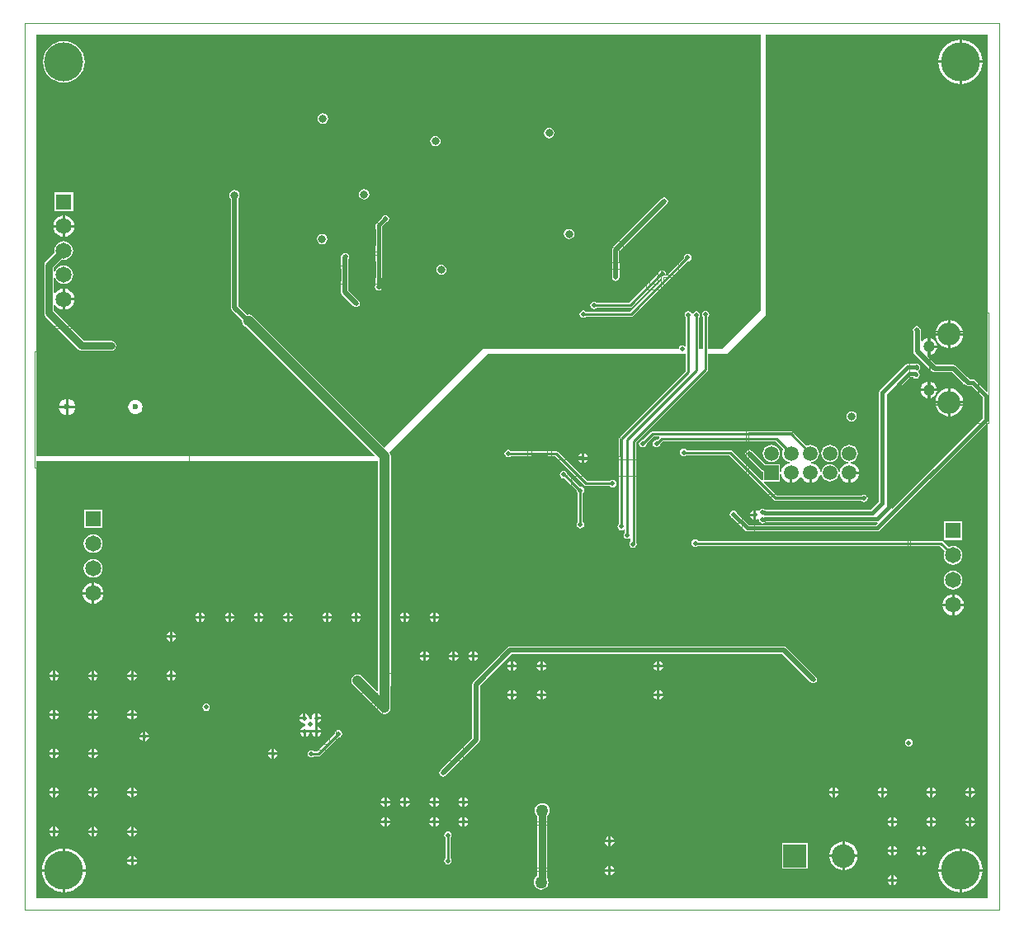
<source format=gbl>
G04*
G04 #@! TF.GenerationSoftware,Altium Limited,Altium Designer,20.0.10 (225)*
G04*
G04 Layer_Physical_Order=4*
G04 Layer_Color=16711680*
%FSLAX25Y25*%
%MOIN*%
G70*
G01*
G75*
%ADD10C,0.00787*%
%ADD12C,0.01000*%
%ADD13C,0.00394*%
%ADD14C,0.00197*%
%ADD108C,0.01500*%
%ADD109C,0.02000*%
%ADD110C,0.03000*%
%ADD113C,0.04000*%
%ADD117C,0.04724*%
%ADD118C,0.09244*%
%ADD119C,0.02362*%
%ADD120R,0.06496X0.06496*%
%ADD121C,0.06496*%
%ADD122R,0.09449X0.09449*%
%ADD123C,0.09449*%
%ADD124R,0.05906X0.05906*%
%ADD125C,0.05906*%
%ADD126C,0.15748*%
%ADD127C,0.01968*%
%ADD128C,0.03150*%
%ADD129C,0.05000*%
G36*
X297244Y242126D02*
X281496Y226378D01*
X276020D01*
Y239250D01*
X276070Y239284D01*
X276398Y239775D01*
X276513Y240354D01*
X276398Y240933D01*
X276070Y241424D01*
X275579Y241753D01*
X275000Y241868D01*
X274421Y241753D01*
X273930Y241424D01*
X273602Y240933D01*
X273487Y240354D01*
X273602Y239775D01*
X273930Y239284D01*
X273980Y239250D01*
Y226378D01*
X272279D01*
Y239054D01*
X272330Y239087D01*
X272658Y239578D01*
X272773Y240158D01*
X272658Y240737D01*
X272330Y241228D01*
X271839Y241556D01*
X271260Y241671D01*
X270681Y241556D01*
X270190Y241228D01*
X269914Y240815D01*
X269574Y240812D01*
X269389Y240861D01*
X269070Y241338D01*
X268579Y241666D01*
X268000Y241781D01*
X267421Y241666D01*
X266930Y241338D01*
X266602Y240847D01*
X266487Y240268D01*
X266602Y239689D01*
X266930Y239198D01*
X266980Y239164D01*
Y227740D01*
X266853Y227645D01*
X266480Y227519D01*
X266095Y227776D01*
X265516Y227891D01*
X264937Y227776D01*
X264446Y227448D01*
X264118Y226957D01*
X264002Y226378D01*
X185039D01*
X145306Y186645D01*
X92354Y239598D01*
X91527Y240150D01*
X90551Y240344D01*
X90158D01*
X89835Y240280D01*
X86175Y243941D01*
Y287137D01*
X86600Y287773D01*
X86761Y288583D01*
X86600Y289392D01*
X86142Y290078D01*
X85455Y290537D01*
X84646Y290698D01*
X83836Y290537D01*
X83150Y290078D01*
X82691Y289392D01*
X82530Y288583D01*
X82691Y287773D01*
X83116Y287137D01*
Y243307D01*
X83233Y242722D01*
X83564Y242226D01*
X87673Y238117D01*
X87608Y237795D01*
X87802Y236820D01*
X88355Y235993D01*
X89182Y235440D01*
X89331Y235411D01*
X141209Y183533D01*
X141017Y183071D01*
X4648D01*
Y353620D01*
X297244D01*
Y242126D01*
D02*
G37*
G36*
X389053Y209367D02*
X388591Y209176D01*
X383972Y213795D01*
X383559Y214071D01*
X383071Y214168D01*
X381649D01*
X381629Y214266D01*
X381298Y214762D01*
X380802Y215094D01*
X380762Y215102D01*
X376210Y219653D01*
X375714Y219985D01*
X375129Y220101D01*
X368087D01*
X364543Y223646D01*
X364657Y223879D01*
Y227461D01*
Y230786D01*
X364280Y230736D01*
X363462Y230398D01*
X362759Y229859D01*
X362526Y229554D01*
X362025Y229723D01*
Y233896D01*
X361909Y234481D01*
X361578Y234977D01*
X361318Y235237D01*
X360822Y235569D01*
X360236Y235685D01*
X359651Y235569D01*
X359155Y235237D01*
X358823Y234741D01*
X358707Y234156D01*
X358823Y233571D01*
X358967Y233356D01*
Y225530D01*
X359083Y224944D01*
X359415Y224448D01*
X366372Y217491D01*
X366869Y217159D01*
X367454Y217043D01*
X374495D01*
X378938Y212600D01*
X379434Y212268D01*
X379925Y212171D01*
X380103Y211993D01*
X380516Y211716D01*
X381004Y211619D01*
X382543D01*
X387042Y207120D01*
Y198491D01*
X350516Y161964D01*
X350055Y162211D01*
X350093Y162402D01*
Y207346D01*
X357811Y215064D01*
X358876D01*
X358952Y214950D01*
X359443Y214622D01*
X360022Y214507D01*
X360602Y214622D01*
X361092Y214950D01*
X361421Y215441D01*
X361536Y216020D01*
X361421Y216599D01*
X361092Y217090D01*
X360868Y217240D01*
X360847Y217310D01*
X360902Y217819D01*
X361226Y218035D01*
X361554Y218526D01*
X361669Y219105D01*
X361554Y219684D01*
X361226Y220175D01*
X360735Y220503D01*
X360155Y220619D01*
X359576Y220503D01*
X359391Y220380D01*
X356515D01*
X356027Y220283D01*
X355613Y220006D01*
X345418Y209811D01*
X345141Y209397D01*
X345044Y208910D01*
Y199771D01*
Y164701D01*
X341854Y161511D01*
X299233D01*
X299162Y161558D01*
X299038Y161583D01*
X298611Y161869D01*
X298031Y161984D01*
X297452Y161869D01*
X296961Y161541D01*
X296712Y161168D01*
X296661Y161131D01*
X296274Y161023D01*
X296116Y161011D01*
X295656Y161318D01*
X295382Y161372D01*
Y159449D01*
Y157525D01*
X295656Y157580D01*
X296080Y157863D01*
X296530Y157562D01*
X296518Y157502D01*
X296633Y156923D01*
X296961Y156432D01*
X297452Y156104D01*
X298031Y155989D01*
X298611Y156104D01*
X299038Y156389D01*
X299162Y156414D01*
X299233Y156462D01*
X344153D01*
X344344Y156500D01*
X344591Y156039D01*
X343862Y155310D01*
X292359D01*
X287662Y160006D01*
X287619Y160225D01*
X287291Y160716D01*
X286800Y161044D01*
X286221Y161159D01*
X285641Y161044D01*
X285150Y160716D01*
X284822Y160225D01*
X284707Y159646D01*
X284822Y159066D01*
X285150Y158576D01*
X285641Y158247D01*
X285860Y158204D01*
X290930Y153134D01*
X291343Y152858D01*
X291831Y152761D01*
X344390D01*
X344878Y152858D01*
X345291Y153134D01*
X388591Y196435D01*
X389053Y196243D01*
Y4648D01*
X4648D01*
Y181102D01*
X142727D01*
Y88312D01*
X142265Y88121D01*
X136162Y94224D01*
X135335Y94776D01*
X134359Y94970D01*
X133384Y94776D01*
X132557Y94224D01*
X132004Y93397D01*
X131810Y92421D01*
X132004Y91446D01*
X132557Y90619D01*
X143473Y79703D01*
X144300Y79150D01*
X145276Y78956D01*
X146251Y79150D01*
X147078Y79703D01*
X147631Y80529D01*
X147825Y81505D01*
Y183071D01*
X147631Y184046D01*
X147236Y184637D01*
X187008Y224409D01*
Y224410D01*
X265241D01*
X265516Y224355D01*
X265790Y224410D01*
X266980D01*
Y217635D01*
X240224Y190878D01*
X240003Y190548D01*
X239925Y190157D01*
Y155828D01*
X239875Y155795D01*
X239547Y155304D01*
X239432Y154724D01*
X239547Y154145D01*
X239875Y153654D01*
X240366Y153326D01*
X240945Y153211D01*
X241524Y153326D01*
X241910Y153584D01*
X242282Y153457D01*
X242409Y153362D01*
Y152366D01*
X242237Y152251D01*
X241909Y151760D01*
X241794Y151181D01*
X241909Y150602D01*
X242237Y150111D01*
X242728Y149783D01*
X243307Y149668D01*
X243886Y149783D01*
X244272Y150041D01*
X244644Y149914D01*
X244772Y149819D01*
Y148823D01*
X244599Y148708D01*
X244271Y148217D01*
X244156Y147638D01*
X244271Y147059D01*
X244599Y146568D01*
X245090Y146240D01*
X245669Y146124D01*
X246248Y146240D01*
X246739Y146568D01*
X247067Y147059D01*
X247183Y147638D01*
X247067Y148217D01*
X246811Y148601D01*
Y188676D01*
X275721Y217586D01*
X275942Y217917D01*
X276020Y218307D01*
Y224410D01*
X283465D01*
X299213Y240158D01*
Y353620D01*
X389053D01*
Y209367D01*
D02*
G37*
%LPC*%
G36*
X15748Y350934D02*
X14106Y350773D01*
X12528Y350294D01*
X11073Y349516D01*
X9798Y348470D01*
X8752Y347195D01*
X7974Y345740D01*
X7495Y344161D01*
X7333Y342520D01*
X7495Y340878D01*
X7974Y339300D01*
X8752Y337845D01*
X9798Y336570D01*
X11073Y335523D01*
X12528Y334746D01*
X14106Y334267D01*
X15748Y334105D01*
X17390Y334267D01*
X18968Y334746D01*
X20423Y335523D01*
X21698Y336570D01*
X22745Y337845D01*
X23522Y339300D01*
X24001Y340878D01*
X24163Y342520D01*
X24001Y344161D01*
X23522Y345740D01*
X22745Y347195D01*
X21698Y348470D01*
X20423Y349516D01*
X18968Y350294D01*
X17390Y350773D01*
X15748Y350934D01*
D02*
G37*
G36*
X120372Y321700D02*
X119562Y321539D01*
X118876Y321080D01*
X118418Y320394D01*
X118257Y319585D01*
X118418Y318775D01*
X118876Y318089D01*
X119562Y317630D01*
X120372Y317469D01*
X121182Y317630D01*
X121868Y318089D01*
X122327Y318775D01*
X122487Y319585D01*
X122327Y320394D01*
X121868Y321080D01*
X121182Y321539D01*
X120372Y321700D01*
D02*
G37*
G36*
X211811Y315895D02*
X211001Y315734D01*
X210315Y315275D01*
X209857Y314589D01*
X209696Y313779D01*
X209857Y312970D01*
X210315Y312284D01*
X211001Y311825D01*
X211811Y311664D01*
X212621Y311825D01*
X213307Y312284D01*
X213765Y312970D01*
X213927Y313779D01*
X213765Y314589D01*
X213307Y315275D01*
X212621Y315734D01*
X211811Y315895D01*
D02*
G37*
G36*
X165878Y312615D02*
X165068Y312454D01*
X164382Y311996D01*
X163924Y311310D01*
X163762Y310500D01*
X163924Y309690D01*
X164382Y309004D01*
X165068Y308546D01*
X165878Y308384D01*
X166688Y308546D01*
X167374Y309004D01*
X167832Y309690D01*
X167993Y310500D01*
X167832Y311310D01*
X167374Y311996D01*
X166688Y312454D01*
X165878Y312615D01*
D02*
G37*
G36*
X137008Y291092D02*
X136198Y290931D01*
X135512Y290472D01*
X135053Y289786D01*
X134892Y288976D01*
X135053Y288167D01*
X135512Y287480D01*
X136198Y287022D01*
X137008Y286861D01*
X137817Y287022D01*
X138504Y287480D01*
X138962Y288167D01*
X139123Y288976D01*
X138962Y289786D01*
X138504Y290472D01*
X137817Y290931D01*
X137008Y291092D01*
D02*
G37*
G36*
X19496Y289728D02*
X12000D01*
Y282232D01*
X19496D01*
Y289728D01*
D02*
G37*
G36*
X16248Y280357D02*
Y276638D01*
X19967D01*
X19887Y277247D01*
X19459Y278280D01*
X18778Y279168D01*
X17890Y279849D01*
X16857Y280276D01*
X16248Y280357D01*
D02*
G37*
G36*
X15248D02*
X14639Y280276D01*
X13606Y279849D01*
X12718Y279168D01*
X12037Y278280D01*
X11609Y277247D01*
X11529Y276638D01*
X15248D01*
Y280357D01*
D02*
G37*
G36*
X19967Y275638D02*
X16248D01*
Y271919D01*
X16857Y271999D01*
X17890Y272427D01*
X18778Y273108D01*
X19459Y273995D01*
X19887Y275029D01*
X19967Y275638D01*
D02*
G37*
G36*
X15248D02*
X11529D01*
X11609Y275029D01*
X12037Y273995D01*
X12718Y273108D01*
X13606Y272427D01*
X14639Y271999D01*
X15248Y271919D01*
Y275638D01*
D02*
G37*
G36*
X219850Y275115D02*
X219041Y274954D01*
X218355Y274496D01*
X217896Y273810D01*
X217735Y273000D01*
X217896Y272190D01*
X218355Y271504D01*
X219041Y271046D01*
X219850Y270884D01*
X220660Y271046D01*
X221346Y271504D01*
X221805Y272190D01*
X221966Y273000D01*
X221805Y273810D01*
X221346Y274496D01*
X220660Y274954D01*
X219850Y275115D01*
D02*
G37*
G36*
X120079Y272982D02*
X119269Y272821D01*
X118583Y272362D01*
X118124Y271676D01*
X117963Y270866D01*
X118124Y270057D01*
X118583Y269370D01*
X119269Y268912D01*
X120079Y268751D01*
X120888Y268912D01*
X121575Y269370D01*
X122033Y270057D01*
X122194Y270866D01*
X122033Y271676D01*
X121575Y272362D01*
X120888Y272821D01*
X120079Y272982D01*
D02*
G37*
G36*
X15748Y270076D02*
X14770Y269947D01*
X13858Y269569D01*
X13075Y268968D01*
X12474Y268185D01*
X12096Y267274D01*
X11968Y266295D01*
X12072Y265503D01*
X8259Y261690D01*
X7817Y261028D01*
X7662Y260248D01*
Y241087D01*
X7817Y240306D01*
X8259Y239645D01*
X21590Y226314D01*
X22251Y225872D01*
X23031Y225717D01*
X23031Y225717D01*
X34843D01*
X35623Y225872D01*
X36284Y226314D01*
X36726Y226976D01*
X36882Y227756D01*
X36726Y228536D01*
X36284Y229198D01*
X35623Y229640D01*
X34843Y229795D01*
X23876D01*
X11740Y241931D01*
Y244034D01*
X12240Y244204D01*
X12718Y243581D01*
X13606Y242900D01*
X14639Y242472D01*
X15248Y242391D01*
Y246610D01*
Y250829D01*
X14639Y250749D01*
X13606Y250321D01*
X12718Y249640D01*
X12240Y249017D01*
X11740Y249186D01*
Y255028D01*
X12240Y255128D01*
X12474Y254563D01*
X13075Y253780D01*
X13858Y253179D01*
X14770Y252801D01*
X15748Y252672D01*
X16726Y252801D01*
X17638Y253179D01*
X18421Y253780D01*
X19022Y254563D01*
X19400Y255474D01*
X19528Y256453D01*
X19400Y257431D01*
X19022Y258343D01*
X18421Y259126D01*
X17638Y259727D01*
X16726Y260104D01*
X15748Y260233D01*
X14770Y260104D01*
X13858Y259727D01*
X13075Y259126D01*
X12474Y258343D01*
X12240Y257778D01*
X11740Y257877D01*
Y259403D01*
X14956Y262619D01*
X15748Y262515D01*
X16726Y262644D01*
X17638Y263021D01*
X18421Y263622D01*
X19022Y264405D01*
X19400Y265317D01*
X19528Y266295D01*
X19400Y267274D01*
X19022Y268185D01*
X18421Y268968D01*
X17638Y269569D01*
X16726Y269947D01*
X15748Y270076D01*
D02*
G37*
G36*
X267717Y264899D02*
X267137Y264784D01*
X266647Y264456D01*
X266318Y263965D01*
X266203Y263386D01*
X266215Y263326D01*
X259484Y256595D01*
X259261Y256640D01*
X258974Y256792D01*
X258878Y257272D01*
X258550Y257763D01*
X258059Y258091D01*
X257480Y258206D01*
X256901Y258091D01*
X256410Y257763D01*
X256082Y257272D01*
X256047Y257095D01*
X244066Y245114D01*
X231025D01*
X230991Y245165D01*
X230500Y245493D01*
X229921Y245608D01*
X229342Y245493D01*
X228851Y245165D01*
X228523Y244674D01*
X228408Y244094D01*
X228523Y243515D01*
X228851Y243024D01*
X229342Y242696D01*
X229921Y242581D01*
X230500Y242696D01*
X230991Y243024D01*
X231025Y243075D01*
X244488D01*
X244878Y243152D01*
X245209Y243373D01*
X256927Y255092D01*
X257226Y255043D01*
X257398Y254509D01*
X244460Y241571D01*
X226694D01*
X226661Y241621D01*
X226170Y241949D01*
X225590Y242064D01*
X225011Y241949D01*
X224520Y241621D01*
X224192Y241130D01*
X224077Y240551D01*
X224192Y239972D01*
X224520Y239481D01*
X225011Y239153D01*
X225590Y239038D01*
X226170Y239153D01*
X226661Y239481D01*
X226694Y239532D01*
X244882D01*
X245272Y239609D01*
X245603Y239830D01*
X267657Y261884D01*
X267717Y261873D01*
X268296Y261988D01*
X268787Y262316D01*
X269115Y262807D01*
X269230Y263386D01*
X269115Y263965D01*
X268787Y264456D01*
X268296Y264784D01*
X267717Y264899D01*
D02*
G37*
G36*
X168272Y260615D02*
X167462Y260454D01*
X166776Y259996D01*
X166317Y259310D01*
X166156Y258500D01*
X166317Y257691D01*
X166776Y257004D01*
X167462Y256546D01*
X168272Y256384D01*
X169081Y256546D01*
X169767Y257004D01*
X170226Y257691D01*
X170387Y258500D01*
X170226Y259310D01*
X169767Y259996D01*
X169081Y260454D01*
X168272Y260615D01*
D02*
G37*
G36*
X258268Y287750D02*
X257682Y287633D01*
X257186Y287302D01*
X237586Y267702D01*
X237255Y267206D01*
X237138Y266620D01*
Y255512D01*
X237255Y254926D01*
X237586Y254430D01*
X238082Y254099D01*
X238667Y253982D01*
X239253Y254099D01*
X239749Y254430D01*
X240080Y254926D01*
X240197Y255512D01*
Y265987D01*
X259349Y285139D01*
X259681Y285635D01*
X259797Y286221D01*
X259681Y286806D01*
X259349Y287302D01*
X258853Y287633D01*
X258268Y287750D01*
D02*
G37*
G36*
X145669Y280647D02*
X145090Y280532D01*
X144599Y280204D01*
X144271Y279713D01*
X144228Y279495D01*
X142012Y277279D01*
X141736Y276866D01*
X141639Y276378D01*
Y252339D01*
X141515Y252154D01*
X141400Y251575D01*
X141515Y250996D01*
X141843Y250505D01*
X142334Y250177D01*
X142913Y250061D01*
X143492Y250177D01*
X143983Y250505D01*
X144311Y250996D01*
X144427Y251575D01*
X144311Y252154D01*
X144188Y252339D01*
Y275850D01*
X146030Y277692D01*
X146248Y277736D01*
X146739Y278064D01*
X147067Y278555D01*
X147183Y279134D01*
X147067Y279713D01*
X146739Y280204D01*
X146248Y280532D01*
X145669Y280647D01*
D02*
G37*
G36*
X16248Y250829D02*
Y247110D01*
X19967D01*
X19887Y247719D01*
X19459Y248753D01*
X18778Y249640D01*
X17890Y250321D01*
X16857Y250749D01*
X16248Y250829D01*
D02*
G37*
G36*
X129528Y265309D02*
X128942Y265193D01*
X128446Y264861D01*
X128052Y264467D01*
X127721Y263971D01*
X127604Y263386D01*
Y249606D01*
X127721Y249021D01*
X128052Y248525D01*
X132777Y243800D01*
X133273Y243469D01*
X133858Y243353D01*
X134443Y243469D01*
X134940Y243800D01*
X135271Y244297D01*
X135388Y244882D01*
X135271Y245467D01*
X134940Y245963D01*
X130663Y250240D01*
Y262779D01*
X130940Y263194D01*
X131057Y263779D01*
X130940Y264365D01*
X130609Y264861D01*
X130113Y265193D01*
X129528Y265309D01*
D02*
G37*
G36*
X19967Y246110D02*
X16248D01*
Y242391D01*
X16857Y242472D01*
X17890Y242900D01*
X18778Y243581D01*
X19459Y244468D01*
X19887Y245501D01*
X19967Y246110D01*
D02*
G37*
G36*
X17594Y206349D02*
Y203524D01*
X20420D01*
X20370Y203901D01*
X20031Y204719D01*
X19492Y205422D01*
X18790Y205960D01*
X17972Y206299D01*
X17594Y206349D01*
D02*
G37*
G36*
X16594D02*
X16217Y206299D01*
X15399Y205960D01*
X14696Y205422D01*
X14158Y204719D01*
X13819Y203901D01*
X13769Y203524D01*
X16594D01*
Y206349D01*
D02*
G37*
G36*
X44653Y205910D02*
X43906Y205812D01*
X43210Y205524D01*
X42612Y205065D01*
X42153Y204467D01*
X41865Y203771D01*
X41767Y203024D01*
X41865Y202276D01*
X42153Y201580D01*
X42612Y200982D01*
X43210Y200523D01*
X43906Y200235D01*
X44653Y200137D01*
X45401Y200235D01*
X46097Y200523D01*
X46695Y200982D01*
X47154Y201580D01*
X47442Y202276D01*
X47540Y203024D01*
X47442Y203771D01*
X47154Y204467D01*
X46695Y205065D01*
X46097Y205524D01*
X45401Y205812D01*
X44653Y205910D01*
D02*
G37*
G36*
X20420Y202524D02*
X17594D01*
Y199698D01*
X17972Y199748D01*
X18790Y200087D01*
X19492Y200626D01*
X20031Y201328D01*
X20370Y202146D01*
X20420Y202524D01*
D02*
G37*
G36*
X16594D02*
X13769D01*
X13819Y202146D01*
X14158Y201328D01*
X14696Y200626D01*
X15399Y200087D01*
X16217Y199748D01*
X16594Y199698D01*
Y202524D01*
D02*
G37*
G36*
X378453Y351387D02*
Y343020D01*
X386821D01*
X386698Y344259D01*
X386191Y345932D01*
X385367Y347474D01*
X384258Y348825D01*
X382907Y349934D01*
X381365Y350758D01*
X379692Y351265D01*
X378453Y351387D01*
D02*
G37*
G36*
X377453D02*
X376213Y351265D01*
X374540Y350758D01*
X372999Y349934D01*
X371648Y348825D01*
X370539Y347474D01*
X369715Y345932D01*
X369207Y344259D01*
X369085Y343020D01*
X377453D01*
Y351387D01*
D02*
G37*
G36*
X386821Y342020D02*
X378453D01*
Y333652D01*
X379692Y333774D01*
X381365Y334281D01*
X382907Y335105D01*
X384258Y336214D01*
X385367Y337566D01*
X386191Y339107D01*
X386698Y340780D01*
X386821Y342020D01*
D02*
G37*
G36*
X377453D02*
X369085D01*
X369207Y340780D01*
X369715Y339107D01*
X370539Y337566D01*
X371648Y336214D01*
X372999Y335105D01*
X374540Y334281D01*
X376213Y333774D01*
X377453Y333652D01*
Y342020D01*
D02*
G37*
G36*
X373925Y238085D02*
Y232980D01*
X379030D01*
X378903Y233948D01*
X378336Y235316D01*
X377435Y236490D01*
X376260Y237391D01*
X374893Y237958D01*
X373925Y238085D01*
D02*
G37*
G36*
X372925D02*
X371957Y237958D01*
X370590Y237391D01*
X369415Y236490D01*
X368514Y235316D01*
X367948Y233948D01*
X367821Y232980D01*
X372925D01*
Y238085D01*
D02*
G37*
G36*
X365657Y230786D02*
Y227961D01*
X368483D01*
X368433Y228338D01*
X368094Y229156D01*
X367555Y229859D01*
X366853Y230398D01*
X366035Y230736D01*
X365657Y230786D01*
D02*
G37*
G36*
X379030Y231980D02*
X373925D01*
Y226876D01*
X374893Y227003D01*
X376260Y227570D01*
X377435Y228471D01*
X378336Y229645D01*
X378903Y231013D01*
X379030Y231980D01*
D02*
G37*
G36*
X372925D02*
X367821D01*
X367948Y231013D01*
X368514Y229645D01*
X369415Y228471D01*
X370590Y227570D01*
X371957Y227003D01*
X372925Y226876D01*
Y231980D01*
D02*
G37*
G36*
X368483Y226961D02*
X365657D01*
Y224135D01*
X366035Y224185D01*
X366853Y224524D01*
X367555Y225063D01*
X368094Y225765D01*
X368433Y226583D01*
X368483Y226961D01*
D02*
G37*
G36*
X365657Y213266D02*
Y210441D01*
X368483D01*
X368433Y210819D01*
X368094Y211637D01*
X367555Y212339D01*
X366853Y212878D01*
X366035Y213217D01*
X365657Y213266D01*
D02*
G37*
G36*
X364657D02*
X364280Y213217D01*
X363462Y212878D01*
X362759Y212339D01*
X362221Y211637D01*
X361882Y210819D01*
X361832Y210441D01*
X364657D01*
Y213266D01*
D02*
G37*
G36*
X368483Y209441D02*
X365657D01*
Y206616D01*
X366035Y206665D01*
X366853Y207004D01*
X367555Y207543D01*
X368094Y208245D01*
X368433Y209063D01*
X368483Y209441D01*
D02*
G37*
G36*
X364657D02*
X361832D01*
X361882Y209063D01*
X362221Y208245D01*
X362759Y207543D01*
X363462Y207004D01*
X364280Y206665D01*
X364657Y206616D01*
Y209441D01*
D02*
G37*
G36*
X373925Y210526D02*
Y205421D01*
X379030D01*
X378903Y206389D01*
X378336Y207756D01*
X377435Y208931D01*
X376260Y209832D01*
X374893Y210399D01*
X373925Y210526D01*
D02*
G37*
G36*
X372925D02*
X371957Y210399D01*
X370590Y209832D01*
X369415Y208931D01*
X368514Y207756D01*
X367948Y206389D01*
X367821Y205421D01*
X372925D01*
Y210526D01*
D02*
G37*
G36*
X379030Y204421D02*
X373925D01*
Y199317D01*
X374893Y199444D01*
X376260Y200010D01*
X377435Y200912D01*
X378336Y202086D01*
X378903Y203454D01*
X379030Y204421D01*
D02*
G37*
G36*
X372925D02*
X367821D01*
X367948Y203454D01*
X368514Y202086D01*
X369415Y200912D01*
X370590Y200010D01*
X371957Y199444D01*
X372925Y199317D01*
Y204421D01*
D02*
G37*
G36*
X333957Y201328D02*
X333147Y201167D01*
X332461Y200708D01*
X332002Y200022D01*
X331841Y199213D01*
X332002Y198403D01*
X332461Y197717D01*
X333147Y197258D01*
X333957Y197097D01*
X334766Y197258D01*
X335453Y197717D01*
X335911Y198403D01*
X336072Y199213D01*
X335911Y200022D01*
X335453Y200708D01*
X334766Y201167D01*
X333957Y201328D01*
D02*
G37*
G36*
X309449Y193146D02*
X253543D01*
X253153Y193068D01*
X252822Y192847D01*
X249666Y189690D01*
X249606Y189702D01*
X249027Y189587D01*
X248536Y189259D01*
X248208Y188768D01*
X248093Y188189D01*
X248208Y187610D01*
X248536Y187119D01*
X249027Y186791D01*
X249606Y186676D01*
X250185Y186791D01*
X250676Y187119D01*
X251004Y187610D01*
X251120Y188189D01*
X251108Y188249D01*
X253966Y191106D01*
X256149D01*
X256356Y190606D01*
X255396Y189647D01*
X255118Y189702D01*
X254539Y189587D01*
X254048Y189259D01*
X253720Y188768D01*
X253605Y188189D01*
X253720Y187610D01*
X254048Y187119D01*
X254539Y186791D01*
X255118Y186676D01*
X255697Y186791D01*
X256188Y187119D01*
X256516Y187610D01*
X256584Y187951D01*
X257771Y189138D01*
X303121D01*
X306384Y185875D01*
X306085Y185153D01*
X305966Y184252D01*
X306085Y183351D01*
X306433Y182511D01*
X306986Y181789D01*
X307708Y181236D01*
X308547Y180888D01*
X309070Y180819D01*
Y180315D01*
X308417Y180229D01*
X307455Y179831D01*
X306630Y179197D01*
X305996Y178371D01*
X305598Y177410D01*
X305528Y176876D01*
X305028Y176909D01*
Y179831D01*
X299770D01*
X299622Y179860D01*
X299173D01*
X293700Y185333D01*
X293203Y185665D01*
X292618Y185781D01*
X292033Y185665D01*
X291537Y185333D01*
X291205Y184837D01*
X291089Y184252D01*
X291205Y183667D01*
X291537Y183170D01*
X291537Y183170D01*
X297458Y177249D01*
X297954Y176918D01*
X298122Y176884D01*
Y173530D01*
X297622Y173323D01*
X285578Y185367D01*
X285247Y185588D01*
X284857Y185665D01*
X267246D01*
X267212Y185716D01*
X266721Y186044D01*
X266142Y186159D01*
X265563Y186044D01*
X265072Y185716D01*
X264744Y185225D01*
X264628Y184646D01*
X264744Y184066D01*
X265072Y183576D01*
X265563Y183247D01*
X266142Y183132D01*
X266721Y183247D01*
X267212Y183576D01*
X267246Y183626D01*
X284435D01*
X302640Y165421D01*
X302971Y165200D01*
X303361Y165122D01*
X337873D01*
X337906Y165072D01*
X338397Y164744D01*
X338976Y164628D01*
X339556Y164744D01*
X340047Y165072D01*
X340374Y165563D01*
X340490Y166142D01*
X340374Y166721D01*
X340047Y167212D01*
X339556Y167540D01*
X338976Y167655D01*
X338397Y167540D01*
X337906Y167212D01*
X337873Y167161D01*
X303783D01*
X298519Y172425D01*
X298727Y172925D01*
X305028D01*
Y175847D01*
X305528Y175880D01*
X305598Y175346D01*
X305996Y174384D01*
X306630Y173559D01*
X307455Y172925D01*
X308417Y172527D01*
X308949Y172457D01*
Y176378D01*
X309949D01*
Y172457D01*
X310481Y172527D01*
X311442Y172925D01*
X312268Y173559D01*
X312901Y174384D01*
X313115Y174900D01*
X313656D01*
X313870Y174384D01*
X314504Y173559D01*
X315329Y172925D01*
X316291Y172527D01*
X316823Y172457D01*
Y176378D01*
X317823D01*
Y172457D01*
X318355Y172527D01*
X319316Y172925D01*
X320142Y173559D01*
X320776Y174384D01*
X321174Y175346D01*
X321260Y175999D01*
X321764D01*
X321833Y175477D01*
X322181Y174637D01*
X322734Y173915D01*
X323456Y173362D01*
X324295Y173014D01*
X325197Y172895D01*
X326098Y173014D01*
X326938Y173362D01*
X327659Y173915D01*
X328213Y174637D01*
X328561Y175477D01*
X328629Y175999D01*
X329134D01*
X329220Y175346D01*
X329618Y174384D01*
X330252Y173559D01*
X331077Y172925D01*
X332039Y172527D01*
X332571Y172457D01*
Y176378D01*
X333071D01*
Y176878D01*
X336992D01*
X336922Y177410D01*
X336524Y178371D01*
X335890Y179197D01*
X335064Y179831D01*
X334103Y180229D01*
X333450Y180315D01*
Y180819D01*
X333972Y180888D01*
X334812Y181236D01*
X335533Y181789D01*
X336087Y182511D01*
X336435Y183351D01*
X336553Y184252D01*
X336435Y185153D01*
X336087Y185993D01*
X335533Y186714D01*
X334812Y187268D01*
X333972Y187616D01*
X333071Y187734D01*
X332170Y187616D01*
X331330Y187268D01*
X330608Y186714D01*
X330055Y185993D01*
X329707Y185153D01*
X329588Y184252D01*
X329707Y183351D01*
X330055Y182511D01*
X330608Y181789D01*
X331330Y181236D01*
X332170Y180888D01*
X332692Y180819D01*
Y180315D01*
X332039Y180229D01*
X331077Y179831D01*
X330252Y179197D01*
X329618Y178371D01*
X329220Y177410D01*
X329134Y176757D01*
X328629D01*
X328561Y177279D01*
X328213Y178119D01*
X327659Y178840D01*
X326938Y179394D01*
X326098Y179742D01*
X325197Y179860D01*
X324295Y179742D01*
X323456Y179394D01*
X322734Y178840D01*
X322181Y178119D01*
X321833Y177279D01*
X321764Y176757D01*
X321260D01*
X321174Y177410D01*
X320776Y178371D01*
X320142Y179197D01*
X319316Y179831D01*
X318355Y180229D01*
X317702Y180315D01*
Y180819D01*
X318224Y180888D01*
X319064Y181236D01*
X319785Y181789D01*
X320339Y182511D01*
X320687Y183351D01*
X320805Y184252D01*
X320687Y185153D01*
X320339Y185993D01*
X319785Y186714D01*
X319064Y187268D01*
X318224Y187616D01*
X317323Y187734D01*
X316422Y187616D01*
X315700Y187317D01*
X310170Y192847D01*
X309839Y193068D01*
X309449Y193146D01*
D02*
G37*
G36*
X225941Y184272D02*
Y182848D01*
X227364D01*
X227310Y183123D01*
X226871Y183779D01*
X226215Y184218D01*
X225941Y184272D01*
D02*
G37*
G36*
X224941D02*
X224666Y184218D01*
X224010Y183779D01*
X223571Y183123D01*
X223517Y182848D01*
X224941D01*
Y184272D01*
D02*
G37*
G36*
X325197Y187734D02*
X324295Y187616D01*
X323456Y187268D01*
X322734Y186714D01*
X322181Y185993D01*
X321833Y185153D01*
X321714Y184252D01*
X321833Y183351D01*
X322181Y182511D01*
X322734Y181789D01*
X323456Y181236D01*
X324295Y180888D01*
X325197Y180769D01*
X326098Y180888D01*
X326938Y181236D01*
X327659Y181789D01*
X328213Y182511D01*
X328561Y183351D01*
X328679Y184252D01*
X328561Y185153D01*
X328213Y185993D01*
X327659Y186714D01*
X326938Y187268D01*
X326098Y187616D01*
X325197Y187734D01*
D02*
G37*
G36*
X301575D02*
X300674Y187616D01*
X299833Y187268D01*
X299112Y186714D01*
X298559Y185993D01*
X298211Y185153D01*
X298092Y184252D01*
X298211Y183351D01*
X298559Y182511D01*
X299112Y181789D01*
X299833Y181236D01*
X300674Y180888D01*
X301575Y180769D01*
X302476Y180888D01*
X303316Y181236D01*
X304037Y181789D01*
X304591Y182511D01*
X304939Y183351D01*
X305057Y184252D01*
X304939Y185153D01*
X304591Y185993D01*
X304037Y186714D01*
X303316Y187268D01*
X302476Y187616D01*
X301575Y187734D01*
D02*
G37*
G36*
X227364Y181848D02*
X225941D01*
Y180425D01*
X226215Y180479D01*
X226871Y180918D01*
X227310Y181574D01*
X227364Y181848D01*
D02*
G37*
G36*
X224941D02*
X223517D01*
X223571Y181574D01*
X224010Y180918D01*
X224666Y180479D01*
X224941Y180425D01*
Y181848D01*
D02*
G37*
G36*
X336992Y175878D02*
X333571D01*
Y172457D01*
X334103Y172527D01*
X335064Y172925D01*
X335890Y173559D01*
X336524Y174384D01*
X336922Y175346D01*
X336992Y175878D01*
D02*
G37*
G36*
X195276Y185765D02*
X194696Y185650D01*
X194205Y185322D01*
X193877Y184831D01*
X193762Y184252D01*
X193877Y183673D01*
X194205Y183182D01*
X194696Y182854D01*
X195276Y182739D01*
X195855Y182854D01*
X196346Y183182D01*
X196379Y183232D01*
X214145D01*
X226051Y171326D01*
X226381Y171105D01*
X226772Y171028D01*
X236298D01*
X236332Y170977D01*
X236822Y170649D01*
X237402Y170534D01*
X237981Y170649D01*
X238472Y170977D01*
X238800Y171468D01*
X238915Y172047D01*
X238800Y172626D01*
X238472Y173117D01*
X237981Y173445D01*
X237402Y173561D01*
X236822Y173445D01*
X236332Y173117D01*
X236298Y173067D01*
X227194D01*
X215288Y184973D01*
X214957Y185194D01*
X214567Y185272D01*
X196379D01*
X196346Y185322D01*
X195855Y185650D01*
X195276Y185765D01*
D02*
G37*
G36*
X294382Y161372D02*
X294108Y161318D01*
X293451Y160879D01*
X293013Y160223D01*
X292958Y159949D01*
X294382D01*
Y161372D01*
D02*
G37*
G36*
Y158949D02*
X292958D01*
X293013Y158675D01*
X293451Y158018D01*
X294108Y157580D01*
X294382Y157525D01*
Y158949D01*
D02*
G37*
G36*
X31307Y161543D02*
X23811D01*
Y154047D01*
X31307D01*
Y161543D01*
D02*
G37*
G36*
X217564Y177226D02*
X216985Y177111D01*
X216494Y176783D01*
X216166Y176292D01*
X216051Y175713D01*
X216166Y175134D01*
X216494Y174643D01*
X216985Y174314D01*
X217564Y174199D01*
X217962Y174278D01*
X217985Y174274D01*
X220670Y171589D01*
X220670Y171589D01*
X222908Y169351D01*
X222896Y169291D01*
X223011Y168712D01*
X223339Y168221D01*
X223390Y168187D01*
Y156616D01*
X223339Y156582D01*
X223011Y156091D01*
X222896Y155512D01*
X223011Y154933D01*
X223339Y154442D01*
X223830Y154114D01*
X224410Y153998D01*
X224989Y154114D01*
X225480Y154442D01*
X225808Y154933D01*
X225923Y155512D01*
X225808Y156091D01*
X225480Y156582D01*
X225429Y156616D01*
Y168187D01*
X225480Y168221D01*
X225808Y168712D01*
X225923Y169291D01*
X225808Y169870D01*
X225480Y170361D01*
X224989Y170689D01*
X224410Y170805D01*
X224350Y170793D01*
X222112Y173031D01*
X222112Y173031D01*
X219193Y175949D01*
X219006Y176075D01*
X218963Y176292D01*
X218635Y176783D01*
X218144Y177111D01*
X217564Y177226D01*
D02*
G37*
G36*
X378748Y156780D02*
X371252D01*
Y149284D01*
X378748D01*
Y156780D01*
D02*
G37*
G36*
X27559Y151576D02*
X26581Y151447D01*
X25669Y151069D01*
X24886Y150468D01*
X24285Y149686D01*
X23908Y148774D01*
X23779Y147795D01*
X23908Y146817D01*
X24285Y145905D01*
X24886Y145122D01*
X25669Y144521D01*
X26581Y144144D01*
X27559Y144015D01*
X28537Y144144D01*
X29449Y144521D01*
X30232Y145122D01*
X30833Y145905D01*
X31211Y146817D01*
X31339Y147795D01*
X31211Y148774D01*
X30833Y149686D01*
X30232Y150468D01*
X29449Y151069D01*
X28537Y151447D01*
X27559Y151576D01*
D02*
G37*
G36*
X270811Y149478D02*
X270232Y149363D01*
X269741Y149035D01*
X269413Y148544D01*
X269298Y147965D01*
X269413Y147385D01*
X269741Y146895D01*
X270232Y146566D01*
X270811Y146451D01*
X271390Y146566D01*
X271881Y146895D01*
X271915Y146945D01*
X369645D01*
X371709Y144880D01*
X371348Y144010D01*
X371220Y143032D01*
X371348Y142053D01*
X371726Y141141D01*
X372327Y140358D01*
X373110Y139758D01*
X374022Y139380D01*
X375000Y139251D01*
X375978Y139380D01*
X376890Y139758D01*
X377673Y140358D01*
X378274Y141141D01*
X378652Y142053D01*
X378780Y143032D01*
X378652Y144010D01*
X378274Y144922D01*
X377673Y145705D01*
X376890Y146305D01*
X375978Y146683D01*
X375000Y146812D01*
X374022Y146683D01*
X373151Y146323D01*
X370788Y148686D01*
X370457Y148907D01*
X370067Y148984D01*
X271915D01*
X271881Y149035D01*
X271390Y149363D01*
X270811Y149478D01*
D02*
G37*
G36*
X27559Y141576D02*
X26581Y141447D01*
X25669Y141069D01*
X24886Y140468D01*
X24285Y139685D01*
X23908Y138774D01*
X23779Y137795D01*
X23908Y136817D01*
X24285Y135905D01*
X24886Y135122D01*
X25669Y134521D01*
X26581Y134144D01*
X27559Y134015D01*
X28537Y134144D01*
X29449Y134521D01*
X30232Y135122D01*
X30833Y135905D01*
X31211Y136817D01*
X31339Y137795D01*
X31211Y138774D01*
X30833Y139685D01*
X30232Y140468D01*
X29449Y141069D01*
X28537Y141447D01*
X27559Y141576D01*
D02*
G37*
G36*
X375000Y136812D02*
X374022Y136683D01*
X373110Y136305D01*
X372327Y135705D01*
X371726Y134922D01*
X371348Y134010D01*
X371220Y133031D01*
X371348Y132053D01*
X371726Y131141D01*
X372327Y130358D01*
X373110Y129758D01*
X374022Y129380D01*
X375000Y129251D01*
X375978Y129380D01*
X376890Y129758D01*
X377673Y130358D01*
X378274Y131141D01*
X378652Y132053D01*
X378780Y133031D01*
X378652Y134010D01*
X378274Y134922D01*
X377673Y135705D01*
X376890Y136305D01*
X375978Y136683D01*
X375000Y136812D01*
D02*
G37*
G36*
X28059Y132014D02*
Y128295D01*
X31778D01*
X31698Y128904D01*
X31270Y129938D01*
X30589Y130825D01*
X29701Y131506D01*
X28668Y131934D01*
X28059Y132014D01*
D02*
G37*
G36*
X27059D02*
X26450Y131934D01*
X25417Y131506D01*
X24529Y130825D01*
X23848Y129938D01*
X23420Y128904D01*
X23340Y128295D01*
X27059D01*
Y132014D01*
D02*
G37*
G36*
X31778Y127295D02*
X28059D01*
Y123576D01*
X28668Y123657D01*
X29701Y124085D01*
X30589Y124766D01*
X31270Y125653D01*
X31698Y126686D01*
X31778Y127295D01*
D02*
G37*
G36*
X27059D02*
X23340D01*
X23420Y126686D01*
X23848Y125653D01*
X24529Y124766D01*
X25417Y124085D01*
X26450Y123657D01*
X27059Y123576D01*
Y127295D01*
D02*
G37*
G36*
X375500Y127250D02*
Y123531D01*
X379219D01*
X379139Y124141D01*
X378711Y125174D01*
X378030Y126061D01*
X377142Y126742D01*
X376109Y127170D01*
X375500Y127250D01*
D02*
G37*
G36*
X374500D02*
X373891Y127170D01*
X372858Y126742D01*
X371970Y126061D01*
X371289Y125174D01*
X370861Y124141D01*
X370781Y123531D01*
X374500D01*
Y127250D01*
D02*
G37*
G36*
X379219Y122531D02*
X375500D01*
Y118813D01*
X376109Y118893D01*
X377142Y119321D01*
X378030Y120002D01*
X378711Y120889D01*
X379139Y121923D01*
X379219Y122531D01*
D02*
G37*
G36*
X374500D02*
X370781D01*
X370861Y121923D01*
X371289Y120889D01*
X371970Y120002D01*
X372858Y119321D01*
X373891Y118893D01*
X374500Y118813D01*
Y122531D01*
D02*
G37*
G36*
X165854Y120034D02*
Y118610D01*
X167278D01*
X167224Y118884D01*
X166785Y119541D01*
X166129Y119979D01*
X165854Y120034D01*
D02*
G37*
G36*
X164854D02*
X164580Y119979D01*
X163924Y119541D01*
X163485Y118884D01*
X163431Y118610D01*
X164854D01*
Y120034D01*
D02*
G37*
G36*
X154043D02*
Y118610D01*
X155467D01*
X155412Y118884D01*
X154974Y119541D01*
X154317Y119979D01*
X154043Y120034D01*
D02*
G37*
G36*
X153043D02*
X152769Y119979D01*
X152113Y119541D01*
X151674Y118884D01*
X151620Y118610D01*
X153043D01*
Y120034D01*
D02*
G37*
G36*
X134358D02*
Y118610D01*
X135782D01*
X135727Y118884D01*
X135289Y119541D01*
X134633Y119979D01*
X134358Y120034D01*
D02*
G37*
G36*
X133358D02*
X133084Y119979D01*
X132428Y119541D01*
X131989Y118884D01*
X131935Y118610D01*
X133358D01*
Y120034D01*
D02*
G37*
G36*
X122547D02*
Y118610D01*
X123971D01*
X123916Y118884D01*
X123478Y119541D01*
X122821Y119979D01*
X122547Y120034D01*
D02*
G37*
G36*
X121547D02*
X121273Y119979D01*
X120617Y119541D01*
X120178Y118884D01*
X120124Y118610D01*
X121547D01*
Y120034D01*
D02*
G37*
G36*
X106799D02*
Y118610D01*
X108223D01*
X108168Y118884D01*
X107730Y119541D01*
X107073Y119979D01*
X106799Y120034D01*
D02*
G37*
G36*
X105799D02*
X105525Y119979D01*
X104869Y119541D01*
X104430Y118884D01*
X104376Y118610D01*
X105799D01*
Y120034D01*
D02*
G37*
G36*
X94988D02*
Y118610D01*
X96412D01*
X96357Y118884D01*
X95919Y119541D01*
X95262Y119979D01*
X94988Y120034D01*
D02*
G37*
G36*
X93988D02*
X93714Y119979D01*
X93058Y119541D01*
X92619Y118884D01*
X92564Y118610D01*
X93988D01*
Y120034D01*
D02*
G37*
G36*
X83177D02*
Y118610D01*
X84601D01*
X84546Y118884D01*
X84108Y119541D01*
X83451Y119979D01*
X83177Y120034D01*
D02*
G37*
G36*
X82177D02*
X81903Y119979D01*
X81247Y119541D01*
X80808Y118884D01*
X80753Y118610D01*
X82177D01*
Y120034D01*
D02*
G37*
G36*
X71366D02*
Y118610D01*
X72790D01*
X72735Y118884D01*
X72297Y119541D01*
X71640Y119979D01*
X71366Y120034D01*
D02*
G37*
G36*
X70366D02*
X70092Y119979D01*
X69436Y119541D01*
X68997Y118884D01*
X68942Y118610D01*
X70366D01*
Y120034D01*
D02*
G37*
G36*
X167278Y117610D02*
X165854D01*
Y116187D01*
X166129Y116241D01*
X166785Y116680D01*
X167224Y117336D01*
X167278Y117610D01*
D02*
G37*
G36*
X164854D02*
X163431D01*
X163485Y117336D01*
X163924Y116680D01*
X164580Y116241D01*
X164854Y116187D01*
Y117610D01*
D02*
G37*
G36*
X155467D02*
X154043D01*
Y116187D01*
X154317Y116241D01*
X154974Y116680D01*
X155412Y117336D01*
X155467Y117610D01*
D02*
G37*
G36*
X153043D02*
X151620D01*
X151674Y117336D01*
X152113Y116680D01*
X152769Y116241D01*
X153043Y116187D01*
Y117610D01*
D02*
G37*
G36*
X135782D02*
X134358D01*
Y116187D01*
X134633Y116241D01*
X135289Y116680D01*
X135727Y117336D01*
X135782Y117610D01*
D02*
G37*
G36*
X133358D02*
X131935D01*
X131989Y117336D01*
X132428Y116680D01*
X133084Y116241D01*
X133358Y116187D01*
Y117610D01*
D02*
G37*
G36*
X123971D02*
X122547D01*
Y116187D01*
X122821Y116241D01*
X123478Y116680D01*
X123916Y117336D01*
X123971Y117610D01*
D02*
G37*
G36*
X121547D02*
X120124D01*
X120178Y117336D01*
X120617Y116680D01*
X121273Y116241D01*
X121547Y116187D01*
Y117610D01*
D02*
G37*
G36*
X108223D02*
X106799D01*
Y116187D01*
X107073Y116241D01*
X107730Y116680D01*
X108168Y117336D01*
X108223Y117610D01*
D02*
G37*
G36*
X105799D02*
X104376D01*
X104430Y117336D01*
X104869Y116680D01*
X105525Y116241D01*
X105799Y116187D01*
Y117610D01*
D02*
G37*
G36*
X96412D02*
X94988D01*
Y116187D01*
X95262Y116241D01*
X95919Y116680D01*
X96357Y117336D01*
X96412Y117610D01*
D02*
G37*
G36*
X93988D02*
X92564D01*
X92619Y117336D01*
X93058Y116680D01*
X93714Y116241D01*
X93988Y116187D01*
Y117610D01*
D02*
G37*
G36*
X84601D02*
X83177D01*
Y116187D01*
X83451Y116241D01*
X84108Y116680D01*
X84546Y117336D01*
X84601Y117610D01*
D02*
G37*
G36*
X82177D02*
X80753D01*
X80808Y117336D01*
X81247Y116680D01*
X81903Y116241D01*
X82177Y116187D01*
Y117610D01*
D02*
G37*
G36*
X72790D02*
X71366D01*
Y116187D01*
X71640Y116241D01*
X72297Y116680D01*
X72735Y117336D01*
X72790Y117610D01*
D02*
G37*
G36*
X70366D02*
X68942D01*
X68997Y117336D01*
X69436Y116680D01*
X70092Y116241D01*
X70366Y116187D01*
Y117610D01*
D02*
G37*
G36*
X59555Y112160D02*
Y110736D01*
X60979D01*
X60924Y111010D01*
X60486Y111667D01*
X59829Y112105D01*
X59555Y112160D01*
D02*
G37*
G36*
X58555D02*
X58281Y112105D01*
X57625Y111667D01*
X57186Y111010D01*
X57131Y110736D01*
X58555D01*
Y112160D01*
D02*
G37*
G36*
X60979Y109736D02*
X59555D01*
Y108313D01*
X59829Y108367D01*
X60486Y108806D01*
X60924Y109462D01*
X60979Y109736D01*
D02*
G37*
G36*
X58555D02*
X57131D01*
X57186Y109462D01*
X57625Y108806D01*
X58281Y108367D01*
X58555Y108313D01*
Y109736D01*
D02*
G37*
G36*
X181602Y104286D02*
Y102862D01*
X183026D01*
X182972Y103136D01*
X182533Y103793D01*
X181877Y104231D01*
X181602Y104286D01*
D02*
G37*
G36*
X180602D02*
X180328Y104231D01*
X179672Y103793D01*
X179233Y103136D01*
X179179Y102862D01*
X180602D01*
Y104286D01*
D02*
G37*
G36*
X173728D02*
Y102862D01*
X175152D01*
X175098Y103136D01*
X174659Y103793D01*
X174003Y104231D01*
X173728Y104286D01*
D02*
G37*
G36*
X172728D02*
X172454Y104231D01*
X171798Y103793D01*
X171359Y103136D01*
X171305Y102862D01*
X172728D01*
Y104286D01*
D02*
G37*
G36*
X161917D02*
Y102862D01*
X163341D01*
X163286Y103136D01*
X162848Y103793D01*
X162191Y104231D01*
X161917Y104286D01*
D02*
G37*
G36*
X160917D02*
X160643Y104231D01*
X159987Y103793D01*
X159548Y103136D01*
X159494Y102862D01*
X160917D01*
Y104286D01*
D02*
G37*
G36*
X183026Y101862D02*
X181602D01*
Y100438D01*
X181877Y100493D01*
X182533Y100932D01*
X182972Y101588D01*
X183026Y101862D01*
D02*
G37*
G36*
X180602D02*
X179179D01*
X179233Y101588D01*
X179672Y100932D01*
X180328Y100493D01*
X180602Y100438D01*
Y101862D01*
D02*
G37*
G36*
X175152D02*
X173728D01*
Y100438D01*
X174003Y100493D01*
X174659Y100932D01*
X175098Y101588D01*
X175152Y101862D01*
D02*
G37*
G36*
X172728D02*
X171305D01*
X171359Y101588D01*
X171798Y100932D01*
X172454Y100493D01*
X172728Y100438D01*
Y101862D01*
D02*
G37*
G36*
X163341D02*
X161917D01*
Y100438D01*
X162191Y100493D01*
X162848Y100932D01*
X163286Y101588D01*
X163341Y101862D01*
D02*
G37*
G36*
X160917D02*
X159494D01*
X159548Y101588D01*
X159987Y100932D01*
X160643Y100493D01*
X160917Y100438D01*
Y101862D01*
D02*
G37*
G36*
X256405Y100349D02*
Y98925D01*
X257829D01*
X257775Y99199D01*
X257336Y99856D01*
X256680Y100294D01*
X256405Y100349D01*
D02*
G37*
G36*
X255405D02*
X255131Y100294D01*
X254475Y99856D01*
X254036Y99199D01*
X253982Y98925D01*
X255405D01*
Y100349D01*
D02*
G37*
G36*
X209161D02*
Y98925D01*
X210585D01*
X210530Y99199D01*
X210092Y99856D01*
X209436Y100294D01*
X209161Y100349D01*
D02*
G37*
G36*
X208161D02*
X207887Y100294D01*
X207231Y99856D01*
X206792Y99199D01*
X206738Y98925D01*
X208161D01*
Y100349D01*
D02*
G37*
G36*
X197350D02*
Y98925D01*
X198774D01*
X198720Y99199D01*
X198281Y99856D01*
X197625Y100294D01*
X197350Y100349D01*
D02*
G37*
G36*
X196350D02*
X196076Y100294D01*
X195420Y99856D01*
X194981Y99199D01*
X194927Y98925D01*
X196350D01*
Y100349D01*
D02*
G37*
G36*
X257829Y97925D02*
X256405D01*
Y96501D01*
X256680Y96556D01*
X257336Y96995D01*
X257775Y97651D01*
X257829Y97925D01*
D02*
G37*
G36*
X255405D02*
X253982D01*
X254036Y97651D01*
X254475Y96995D01*
X255131Y96556D01*
X255405Y96501D01*
Y97925D01*
D02*
G37*
G36*
X210585D02*
X209161D01*
Y96501D01*
X209436Y96556D01*
X210092Y96995D01*
X210530Y97651D01*
X210585Y97925D01*
D02*
G37*
G36*
X208161D02*
X206738D01*
X206792Y97651D01*
X207231Y96995D01*
X207887Y96556D01*
X208161Y96501D01*
Y97925D01*
D02*
G37*
G36*
X198774D02*
X197350D01*
Y96501D01*
X197625Y96556D01*
X198281Y96995D01*
X198720Y97651D01*
X198774Y97925D01*
D02*
G37*
G36*
X196350D02*
X194927D01*
X194981Y97651D01*
X195420Y96995D01*
X196076Y96556D01*
X196350Y96501D01*
Y97925D01*
D02*
G37*
G36*
X59555Y96412D02*
Y94988D01*
X60979D01*
X60924Y95262D01*
X60486Y95919D01*
X59829Y96357D01*
X59555Y96412D01*
D02*
G37*
G36*
X58555D02*
X58281Y96357D01*
X57625Y95919D01*
X57186Y95262D01*
X57131Y94988D01*
X58555D01*
Y96412D01*
D02*
G37*
G36*
X43807D02*
Y94988D01*
X45231D01*
X45176Y95262D01*
X44738Y95919D01*
X44081Y96357D01*
X43807Y96412D01*
D02*
G37*
G36*
X42807D02*
X42533Y96357D01*
X41877Y95919D01*
X41438Y95262D01*
X41383Y94988D01*
X42807D01*
Y96412D01*
D02*
G37*
G36*
X28059D02*
Y94988D01*
X29483D01*
X29428Y95262D01*
X28990Y95919D01*
X28333Y96357D01*
X28059Y96412D01*
D02*
G37*
G36*
X27059D02*
X26785Y96357D01*
X26129Y95919D01*
X25690Y95262D01*
X25635Y94988D01*
X27059D01*
Y96412D01*
D02*
G37*
G36*
X12311D02*
Y94988D01*
X13735D01*
X13680Y95262D01*
X13242Y95919D01*
X12585Y96357D01*
X12311Y96412D01*
D02*
G37*
G36*
X11311D02*
X11037Y96357D01*
X10380Y95919D01*
X9942Y95262D01*
X9887Y94988D01*
X11311D01*
Y96412D01*
D02*
G37*
G36*
X60979Y93988D02*
X59555D01*
Y92564D01*
X59829Y92619D01*
X60486Y93058D01*
X60924Y93714D01*
X60979Y93988D01*
D02*
G37*
G36*
X58555D02*
X57131D01*
X57186Y93714D01*
X57625Y93058D01*
X58281Y92619D01*
X58555Y92564D01*
Y93988D01*
D02*
G37*
G36*
X45231D02*
X43807D01*
Y92564D01*
X44081Y92619D01*
X44738Y93058D01*
X45176Y93714D01*
X45231Y93988D01*
D02*
G37*
G36*
X42807D02*
X41383D01*
X41438Y93714D01*
X41877Y93058D01*
X42533Y92619D01*
X42807Y92564D01*
Y93988D01*
D02*
G37*
G36*
X29483D02*
X28059D01*
Y92564D01*
X28333Y92619D01*
X28990Y93058D01*
X29428Y93714D01*
X29483Y93988D01*
D02*
G37*
G36*
X27059D02*
X25635D01*
X25690Y93714D01*
X26129Y93058D01*
X26785Y92619D01*
X27059Y92564D01*
Y93988D01*
D02*
G37*
G36*
X13735D02*
X12311D01*
Y92564D01*
X12585Y92619D01*
X13242Y93058D01*
X13680Y93714D01*
X13735Y93988D01*
D02*
G37*
G36*
X11311D02*
X9887D01*
X9942Y93714D01*
X10380Y93058D01*
X11037Y92619D01*
X11311Y92564D01*
Y93988D01*
D02*
G37*
G36*
X306693Y106254D02*
X196063D01*
X195478Y106137D01*
X194982Y105806D01*
X181202Y92026D01*
X180870Y91530D01*
X180754Y90945D01*
Y69137D01*
X167816Y56200D01*
X167485Y55703D01*
X167368Y55118D01*
X167485Y54533D01*
X167816Y54037D01*
X168312Y53705D01*
X168898Y53589D01*
X169483Y53705D01*
X169979Y54037D01*
X183365Y67422D01*
X183696Y67919D01*
X183813Y68504D01*
Y90311D01*
X196696Y103195D01*
X306059D01*
X317423Y91832D01*
X317919Y91500D01*
X318504Y91384D01*
X319089Y91500D01*
X319585Y91832D01*
X319917Y92328D01*
X320033Y92913D01*
X319917Y93499D01*
X319585Y93995D01*
X307774Y105806D01*
X307278Y106137D01*
X306693Y106254D01*
D02*
G37*
G36*
X256405Y88538D02*
Y87114D01*
X257829D01*
X257775Y87388D01*
X257336Y88045D01*
X256680Y88483D01*
X256405Y88538D01*
D02*
G37*
G36*
X255405D02*
X255131Y88483D01*
X254475Y88045D01*
X254036Y87388D01*
X253982Y87114D01*
X255405D01*
Y88538D01*
D02*
G37*
G36*
X209161D02*
Y87114D01*
X210585D01*
X210530Y87388D01*
X210092Y88045D01*
X209436Y88483D01*
X209161Y88538D01*
D02*
G37*
G36*
X208161D02*
X207887Y88483D01*
X207231Y88045D01*
X206792Y87388D01*
X206738Y87114D01*
X208161D01*
Y88538D01*
D02*
G37*
G36*
X197350D02*
Y87114D01*
X198774D01*
X198720Y87388D01*
X198281Y88045D01*
X197625Y88483D01*
X197350Y88538D01*
D02*
G37*
G36*
X196350D02*
X196076Y88483D01*
X195420Y88045D01*
X194981Y87388D01*
X194927Y87114D01*
X196350D01*
Y88538D01*
D02*
G37*
G36*
X257829Y86114D02*
X256405D01*
Y84690D01*
X256680Y84745D01*
X257336Y85184D01*
X257775Y85840D01*
X257829Y86114D01*
D02*
G37*
G36*
X255405D02*
X253982D01*
X254036Y85840D01*
X254475Y85184D01*
X255131Y84745D01*
X255405Y84690D01*
Y86114D01*
D02*
G37*
G36*
X210585D02*
X209161D01*
Y84690D01*
X209436Y84745D01*
X210092Y85184D01*
X210530Y85840D01*
X210585Y86114D01*
D02*
G37*
G36*
X208161D02*
X206738D01*
X206792Y85840D01*
X207231Y85184D01*
X207887Y84745D01*
X208161Y84690D01*
Y86114D01*
D02*
G37*
G36*
X198774D02*
X197350D01*
Y84690D01*
X197625Y84745D01*
X198281Y85184D01*
X198720Y85840D01*
X198774Y86114D01*
D02*
G37*
G36*
X196350D02*
X194927D01*
X194981Y85840D01*
X195420Y85184D01*
X196076Y84745D01*
X196350Y84690D01*
Y86114D01*
D02*
G37*
G36*
X73228Y83206D02*
X72649Y83091D01*
X72158Y82763D01*
X71830Y82272D01*
X71715Y81693D01*
X71830Y81114D01*
X72158Y80623D01*
X72649Y80295D01*
X73228Y80180D01*
X73808Y80295D01*
X74298Y80623D01*
X74626Y81114D01*
X74742Y81693D01*
X74626Y82272D01*
X74298Y82763D01*
X73808Y83091D01*
X73228Y83206D01*
D02*
G37*
G36*
X43807Y80664D02*
Y79240D01*
X45231D01*
X45176Y79514D01*
X44738Y80171D01*
X44081Y80609D01*
X43807Y80664D01*
D02*
G37*
G36*
X42807D02*
X42533Y80609D01*
X41877Y80171D01*
X41438Y79514D01*
X41383Y79240D01*
X42807D01*
Y80664D01*
D02*
G37*
G36*
X28059D02*
Y79240D01*
X29483D01*
X29428Y79514D01*
X28990Y80171D01*
X28333Y80609D01*
X28059Y80664D01*
D02*
G37*
G36*
X27059D02*
X26785Y80609D01*
X26129Y80171D01*
X25690Y79514D01*
X25635Y79240D01*
X27059D01*
Y80664D01*
D02*
G37*
G36*
X12311D02*
Y79240D01*
X13735D01*
X13680Y79514D01*
X13242Y80171D01*
X12585Y80609D01*
X12311Y80664D01*
D02*
G37*
G36*
X11311D02*
X11037Y80609D01*
X10380Y80171D01*
X9942Y79514D01*
X9887Y79240D01*
X11311D01*
Y80664D01*
D02*
G37*
G36*
X118315Y79187D02*
Y77764D01*
X119739D01*
X119684Y78038D01*
X119246Y78694D01*
X118589Y79133D01*
X118315Y79187D01*
D02*
G37*
G36*
X112305Y79142D02*
X112031Y79088D01*
X111375Y78649D01*
X110936Y77993D01*
X110881Y77719D01*
X112305D01*
Y79142D01*
D02*
G37*
G36*
X45231Y78240D02*
X43807D01*
Y76816D01*
X44081Y76871D01*
X44738Y77310D01*
X45176Y77966D01*
X45231Y78240D01*
D02*
G37*
G36*
X42807D02*
X41383D01*
X41438Y77966D01*
X41877Y77310D01*
X42533Y76871D01*
X42807Y76816D01*
Y78240D01*
D02*
G37*
G36*
X29483D02*
X28059D01*
Y76816D01*
X28333Y76871D01*
X28990Y77310D01*
X29428Y77966D01*
X29483Y78240D01*
D02*
G37*
G36*
X27059D02*
X25635D01*
X25690Y77966D01*
X26129Y77310D01*
X26785Y76871D01*
X27059Y76816D01*
Y78240D01*
D02*
G37*
G36*
X13735D02*
X12311D01*
Y76816D01*
X12585Y76871D01*
X13242Y77310D01*
X13680Y77966D01*
X13735Y78240D01*
D02*
G37*
G36*
X11311D02*
X9887D01*
X9942Y77966D01*
X10380Y77310D01*
X11037Y76871D01*
X11311Y76816D01*
Y78240D01*
D02*
G37*
G36*
X117315Y79187D02*
X117041Y79133D01*
X116384Y78694D01*
X115946Y78038D01*
X115792Y77264D01*
X115818Y77131D01*
X115465Y76778D01*
X115220Y76826D01*
X115172Y76817D01*
X114819Y77170D01*
X114828Y77219D01*
X114674Y77993D01*
X114236Y78649D01*
X113579Y79088D01*
X113305Y79142D01*
Y77219D01*
X112805D01*
Y76718D01*
X110881D01*
X110936Y76444D01*
X111375Y75788D01*
X112031Y75349D01*
X112767Y75203D01*
X112915Y75144D01*
X113207Y74851D01*
X113197Y74803D01*
X113289Y74344D01*
X113112Y73924D01*
X112918Y73839D01*
X112316Y73720D01*
X111660Y73281D01*
X111221Y72625D01*
X111167Y72350D01*
X115178D01*
X115360Y72636D01*
X115521Y72667D01*
X115816Y72350D01*
X117315D01*
Y74031D01*
X117133Y74248D01*
X117244Y74803D01*
X117217Y74936D01*
X117315Y75033D01*
Y77264D01*
Y79187D01*
D02*
G37*
G36*
X119739Y76764D02*
X118315D01*
Y75340D01*
X118589Y75395D01*
X119246Y75833D01*
X119684Y76490D01*
X119739Y76764D01*
D02*
G37*
G36*
X118315Y73774D02*
Y72350D01*
X119739D01*
X119684Y72625D01*
X119246Y73281D01*
X118589Y73720D01*
X118315Y73774D01*
D02*
G37*
G36*
X48728Y71806D02*
Y70382D01*
X50152D01*
X50098Y70656D01*
X49659Y71312D01*
X49003Y71751D01*
X48728Y71806D01*
D02*
G37*
G36*
X47728D02*
X47454Y71751D01*
X46798Y71312D01*
X46359Y70656D01*
X46305Y70382D01*
X47728D01*
Y71806D01*
D02*
G37*
G36*
X119739Y71350D02*
X118315D01*
Y69927D01*
X118589Y69981D01*
X119246Y70420D01*
X119684Y71076D01*
X119739Y71350D01*
D02*
G37*
G36*
X117315D02*
X115891D01*
X115946Y71076D01*
X116384Y70420D01*
X117041Y69981D01*
X117315Y69927D01*
Y71350D01*
D02*
G37*
G36*
X115014D02*
X113591D01*
Y69927D01*
X113865Y69981D01*
X114521Y70420D01*
X114960Y71076D01*
X115014Y71350D01*
D02*
G37*
G36*
X112591D02*
X111167D01*
X111221Y71076D01*
X111660Y70420D01*
X112316Y69981D01*
X112591Y69927D01*
Y71350D01*
D02*
G37*
G36*
X126681Y72513D02*
X126102Y72398D01*
X125611Y72070D01*
X125283Y71579D01*
X125168Y71000D01*
X125180Y70940D01*
X118111Y63872D01*
X116870D01*
X116836Y63923D01*
X116345Y64250D01*
X115766Y64366D01*
X115187Y64250D01*
X114696Y63923D01*
X114368Y63432D01*
X114252Y62852D01*
X114368Y62273D01*
X114696Y61782D01*
X115187Y61454D01*
X115766Y61339D01*
X116345Y61454D01*
X116836Y61782D01*
X116870Y61833D01*
X118534D01*
X118924Y61910D01*
X119254Y62131D01*
X126622Y69498D01*
X126681Y69487D01*
X127260Y69602D01*
X127751Y69930D01*
X128079Y70421D01*
X128194Y71000D01*
X128079Y71579D01*
X127751Y72070D01*
X127260Y72398D01*
X126681Y72513D01*
D02*
G37*
G36*
X50152Y69382D02*
X48728D01*
Y67958D01*
X49003Y68013D01*
X49659Y68451D01*
X50098Y69108D01*
X50152Y69382D01*
D02*
G37*
G36*
X47728D02*
X46305D01*
X46359Y69108D01*
X46798Y68451D01*
X47454Y68013D01*
X47728Y67958D01*
Y69382D01*
D02*
G37*
G36*
X357087Y68836D02*
X356507Y68721D01*
X356016Y68393D01*
X355689Y67902D01*
X355573Y67323D01*
X355689Y66744D01*
X356016Y66253D01*
X356507Y65925D01*
X357087Y65810D01*
X357666Y65925D01*
X358157Y66253D01*
X358485Y66744D01*
X358600Y67323D01*
X358485Y67902D01*
X358157Y68393D01*
X357666Y68721D01*
X357087Y68836D01*
D02*
G37*
G36*
X28059Y64916D02*
Y63492D01*
X29483D01*
X29428Y63766D01*
X28990Y64423D01*
X28333Y64861D01*
X28059Y64916D01*
D02*
G37*
G36*
X27059D02*
X26785Y64861D01*
X26129Y64423D01*
X25690Y63766D01*
X25635Y63492D01*
X27059D01*
Y64916D01*
D02*
G37*
G36*
X12311D02*
Y63492D01*
X13735D01*
X13680Y63766D01*
X13242Y64423D01*
X12585Y64861D01*
X12311Y64916D01*
D02*
G37*
G36*
X11311D02*
X11037Y64861D01*
X10380Y64423D01*
X9942Y63766D01*
X9887Y63492D01*
X11311D01*
Y64916D01*
D02*
G37*
G36*
X100619Y64796D02*
Y63373D01*
X102042D01*
X101988Y63647D01*
X101549Y64303D01*
X100893Y64742D01*
X100619Y64796D01*
D02*
G37*
G36*
X99619D02*
X99345Y64742D01*
X98688Y64303D01*
X98250Y63647D01*
X98195Y63373D01*
X99619D01*
Y64796D01*
D02*
G37*
G36*
X29483Y62492D02*
X28059D01*
Y61068D01*
X28333Y61123D01*
X28990Y61562D01*
X29428Y62218D01*
X29483Y62492D01*
D02*
G37*
G36*
X27059D02*
X25635D01*
X25690Y62218D01*
X26129Y61562D01*
X26785Y61123D01*
X27059Y61068D01*
Y62492D01*
D02*
G37*
G36*
X13735D02*
X12311D01*
Y61068D01*
X12585Y61123D01*
X13242Y61562D01*
X13680Y62218D01*
X13735Y62492D01*
D02*
G37*
G36*
X11311D02*
X9887D01*
X9942Y62218D01*
X10380Y61562D01*
X11037Y61123D01*
X11311Y61068D01*
Y62492D01*
D02*
G37*
G36*
X102042Y62373D02*
X100619D01*
Y60949D01*
X100893Y61004D01*
X101549Y61442D01*
X101988Y62098D01*
X102042Y62373D01*
D02*
G37*
G36*
X99619D02*
X98195D01*
X98250Y62098D01*
X98688Y61442D01*
X99345Y61004D01*
X99619Y60949D01*
Y62373D01*
D02*
G37*
G36*
X382390Y49168D02*
Y47744D01*
X383813D01*
X383759Y48018D01*
X383320Y48675D01*
X382664Y49113D01*
X382390Y49168D01*
D02*
G37*
G36*
X381390D02*
X381116Y49113D01*
X380459Y48675D01*
X380021Y48018D01*
X379966Y47744D01*
X381390D01*
Y49168D01*
D02*
G37*
G36*
X366642D02*
Y47744D01*
X368065D01*
X368011Y48018D01*
X367572Y48675D01*
X366916Y49113D01*
X366642Y49168D01*
D02*
G37*
G36*
X365642D02*
X365368Y49113D01*
X364711Y48675D01*
X364273Y48018D01*
X364218Y47744D01*
X365642D01*
Y49168D01*
D02*
G37*
G36*
X346957D02*
Y47744D01*
X348380D01*
X348326Y48018D01*
X347887Y48675D01*
X347231Y49113D01*
X346957Y49168D01*
D02*
G37*
G36*
X345957D02*
X345683Y49113D01*
X345026Y48675D01*
X344588Y48018D01*
X344533Y47744D01*
X345957D01*
Y49168D01*
D02*
G37*
G36*
X327272D02*
Y47744D01*
X328695D01*
X328641Y48018D01*
X328202Y48675D01*
X327546Y49113D01*
X327272Y49168D01*
D02*
G37*
G36*
X326272D02*
X325997Y49113D01*
X325341Y48675D01*
X324903Y48018D01*
X324848Y47744D01*
X326272D01*
Y49168D01*
D02*
G37*
G36*
X43807D02*
Y47744D01*
X45231D01*
X45176Y48018D01*
X44738Y48675D01*
X44081Y49113D01*
X43807Y49168D01*
D02*
G37*
G36*
X42807D02*
X42533Y49113D01*
X41877Y48675D01*
X41438Y48018D01*
X41383Y47744D01*
X42807D01*
Y49168D01*
D02*
G37*
G36*
X28059D02*
Y47744D01*
X29483D01*
X29428Y48018D01*
X28990Y48675D01*
X28333Y49113D01*
X28059Y49168D01*
D02*
G37*
G36*
X27059D02*
X26785Y49113D01*
X26129Y48675D01*
X25690Y48018D01*
X25635Y47744D01*
X27059D01*
Y49168D01*
D02*
G37*
G36*
X12311D02*
Y47744D01*
X13735D01*
X13680Y48018D01*
X13242Y48675D01*
X12585Y49113D01*
X12311Y49168D01*
D02*
G37*
G36*
X11311D02*
X11037Y49113D01*
X10380Y48675D01*
X9942Y48018D01*
X9887Y47744D01*
X11311D01*
Y49168D01*
D02*
G37*
G36*
X383813Y46744D02*
X382390D01*
Y45320D01*
X382664Y45375D01*
X383320Y45814D01*
X383759Y46470D01*
X383813Y46744D01*
D02*
G37*
G36*
X381390D02*
X379966D01*
X380021Y46470D01*
X380459Y45814D01*
X381116Y45375D01*
X381390Y45320D01*
Y46744D01*
D02*
G37*
G36*
X368065D02*
X366642D01*
Y45320D01*
X366916Y45375D01*
X367572Y45814D01*
X368011Y46470D01*
X368065Y46744D01*
D02*
G37*
G36*
X365642D02*
X364218D01*
X364273Y46470D01*
X364711Y45814D01*
X365368Y45375D01*
X365642Y45320D01*
Y46744D01*
D02*
G37*
G36*
X348380D02*
X346957D01*
Y45320D01*
X347231Y45375D01*
X347887Y45814D01*
X348326Y46470D01*
X348380Y46744D01*
D02*
G37*
G36*
X345957D02*
X344533D01*
X344588Y46470D01*
X345026Y45814D01*
X345683Y45375D01*
X345957Y45320D01*
Y46744D01*
D02*
G37*
G36*
X328695D02*
X327272D01*
Y45320D01*
X327546Y45375D01*
X328202Y45814D01*
X328641Y46470D01*
X328695Y46744D01*
D02*
G37*
G36*
X326272D02*
X324848D01*
X324903Y46470D01*
X325341Y45814D01*
X325997Y45375D01*
X326272Y45320D01*
Y46744D01*
D02*
G37*
G36*
X45231D02*
X43807D01*
Y45320D01*
X44081Y45375D01*
X44738Y45814D01*
X45176Y46470D01*
X45231Y46744D01*
D02*
G37*
G36*
X42807D02*
X41383D01*
X41438Y46470D01*
X41877Y45814D01*
X42533Y45375D01*
X42807Y45320D01*
Y46744D01*
D02*
G37*
G36*
X29483D02*
X28059D01*
Y45320D01*
X28333Y45375D01*
X28990Y45814D01*
X29428Y46470D01*
X29483Y46744D01*
D02*
G37*
G36*
X27059D02*
X25635D01*
X25690Y46470D01*
X26129Y45814D01*
X26785Y45375D01*
X27059Y45320D01*
Y46744D01*
D02*
G37*
G36*
X13735D02*
X12311D01*
Y45320D01*
X12585Y45375D01*
X13242Y45814D01*
X13680Y46470D01*
X13735Y46744D01*
D02*
G37*
G36*
X11311D02*
X9887D01*
X9942Y46470D01*
X10380Y45814D01*
X11037Y45375D01*
X11311Y45320D01*
Y46744D01*
D02*
G37*
G36*
X177665Y45231D02*
Y43807D01*
X179089D01*
X179034Y44081D01*
X178596Y44738D01*
X177940Y45176D01*
X177665Y45231D01*
D02*
G37*
G36*
X176665D02*
X176391Y45176D01*
X175735Y44738D01*
X175296Y44081D01*
X175242Y43807D01*
X176665D01*
Y45231D01*
D02*
G37*
G36*
X165854D02*
Y43807D01*
X167278D01*
X167224Y44081D01*
X166785Y44738D01*
X166129Y45176D01*
X165854Y45231D01*
D02*
G37*
G36*
X164854D02*
X164580Y45176D01*
X163924Y44738D01*
X163485Y44081D01*
X163431Y43807D01*
X164854D01*
Y45231D01*
D02*
G37*
G36*
X154043D02*
Y43807D01*
X155467D01*
X155412Y44081D01*
X154974Y44738D01*
X154317Y45176D01*
X154043Y45231D01*
D02*
G37*
G36*
X153043D02*
X152769Y45176D01*
X152113Y44738D01*
X151674Y44081D01*
X151620Y43807D01*
X153043D01*
Y45231D01*
D02*
G37*
G36*
X146169D02*
Y43807D01*
X147593D01*
X147538Y44081D01*
X147100Y44738D01*
X146443Y45176D01*
X146169Y45231D01*
D02*
G37*
G36*
X145169D02*
X144895Y45176D01*
X144239Y44738D01*
X143800Y44081D01*
X143746Y43807D01*
X145169D01*
Y45231D01*
D02*
G37*
G36*
X179089Y42807D02*
X177665D01*
Y41383D01*
X177940Y41438D01*
X178596Y41877D01*
X179034Y42533D01*
X179089Y42807D01*
D02*
G37*
G36*
X176665D02*
X175242D01*
X175296Y42533D01*
X175735Y41877D01*
X176391Y41438D01*
X176665Y41383D01*
Y42807D01*
D02*
G37*
G36*
X167278D02*
X165854D01*
Y41383D01*
X166129Y41438D01*
X166785Y41877D01*
X167224Y42533D01*
X167278Y42807D01*
D02*
G37*
G36*
X164854D02*
X163431D01*
X163485Y42533D01*
X163924Y41877D01*
X164580Y41438D01*
X164854Y41383D01*
Y42807D01*
D02*
G37*
G36*
X155467D02*
X154043D01*
Y41383D01*
X154317Y41438D01*
X154974Y41877D01*
X155412Y42533D01*
X155467Y42807D01*
D02*
G37*
G36*
X153043D02*
X151620D01*
X151674Y42533D01*
X152113Y41877D01*
X152769Y41438D01*
X153043Y41383D01*
Y42807D01*
D02*
G37*
G36*
X147593D02*
X146169D01*
Y41383D01*
X146443Y41438D01*
X147100Y41877D01*
X147538Y42533D01*
X147593Y42807D01*
D02*
G37*
G36*
X145169D02*
X143746D01*
X143800Y42533D01*
X144239Y41877D01*
X144895Y41438D01*
X145169Y41383D01*
Y42807D01*
D02*
G37*
G36*
X382390Y37357D02*
Y35933D01*
X383813D01*
X383759Y36207D01*
X383320Y36864D01*
X382664Y37302D01*
X382390Y37357D01*
D02*
G37*
G36*
X381390D02*
X381116Y37302D01*
X380459Y36864D01*
X380021Y36207D01*
X379966Y35933D01*
X381390D01*
Y37357D01*
D02*
G37*
G36*
X366642D02*
Y35933D01*
X368065D01*
X368011Y36207D01*
X367572Y36864D01*
X366916Y37302D01*
X366642Y37357D01*
D02*
G37*
G36*
X365642D02*
X365368Y37302D01*
X364711Y36864D01*
X364273Y36207D01*
X364218Y35933D01*
X365642D01*
Y37357D01*
D02*
G37*
G36*
X350894D02*
Y35933D01*
X352317D01*
X352263Y36207D01*
X351824Y36864D01*
X351168Y37302D01*
X350894Y37357D01*
D02*
G37*
G36*
X349894D02*
X349620Y37302D01*
X348963Y36864D01*
X348525Y36207D01*
X348470Y35933D01*
X349894D01*
Y37357D01*
D02*
G37*
G36*
X177665D02*
Y35933D01*
X179089D01*
X179034Y36207D01*
X178596Y36864D01*
X177940Y37302D01*
X177665Y37357D01*
D02*
G37*
G36*
X176665D02*
X176391Y37302D01*
X175735Y36864D01*
X175296Y36207D01*
X175242Y35933D01*
X176665D01*
Y37357D01*
D02*
G37*
G36*
X165854D02*
Y35933D01*
X167278D01*
X167224Y36207D01*
X166785Y36864D01*
X166129Y37302D01*
X165854Y37357D01*
D02*
G37*
G36*
X164854D02*
X164580Y37302D01*
X163924Y36864D01*
X163485Y36207D01*
X163431Y35933D01*
X164854D01*
Y37357D01*
D02*
G37*
G36*
X146169D02*
Y35933D01*
X147593D01*
X147538Y36207D01*
X147100Y36864D01*
X146443Y37302D01*
X146169Y37357D01*
D02*
G37*
G36*
X145169D02*
X144895Y37302D01*
X144239Y36864D01*
X143800Y36207D01*
X143746Y35933D01*
X145169D01*
Y37357D01*
D02*
G37*
G36*
X383813Y34933D02*
X382390D01*
Y33509D01*
X382664Y33564D01*
X383320Y34003D01*
X383759Y34659D01*
X383813Y34933D01*
D02*
G37*
G36*
X381390D02*
X379966D01*
X380021Y34659D01*
X380459Y34003D01*
X381116Y33564D01*
X381390Y33509D01*
Y34933D01*
D02*
G37*
G36*
X368065D02*
X366642D01*
Y33509D01*
X366916Y33564D01*
X367572Y34003D01*
X368011Y34659D01*
X368065Y34933D01*
D02*
G37*
G36*
X365642D02*
X364218D01*
X364273Y34659D01*
X364711Y34003D01*
X365368Y33564D01*
X365642Y33509D01*
Y34933D01*
D02*
G37*
G36*
X352317D02*
X350894D01*
Y33509D01*
X351168Y33564D01*
X351824Y34003D01*
X352263Y34659D01*
X352317Y34933D01*
D02*
G37*
G36*
X349894D02*
X348470D01*
X348525Y34659D01*
X348963Y34003D01*
X349620Y33564D01*
X349894Y33509D01*
Y34933D01*
D02*
G37*
G36*
X179089D02*
X177665D01*
Y33509D01*
X177940Y33564D01*
X178596Y34003D01*
X179034Y34659D01*
X179089Y34933D01*
D02*
G37*
G36*
X176665D02*
X175242D01*
X175296Y34659D01*
X175735Y34003D01*
X176391Y33564D01*
X176665Y33509D01*
Y34933D01*
D02*
G37*
G36*
X167278D02*
X165854D01*
Y33509D01*
X166129Y33564D01*
X166785Y34003D01*
X167224Y34659D01*
X167278Y34933D01*
D02*
G37*
G36*
X164854D02*
X163431D01*
X163485Y34659D01*
X163924Y34003D01*
X164580Y33564D01*
X164854Y33509D01*
Y34933D01*
D02*
G37*
G36*
X147593D02*
X146169D01*
Y33509D01*
X146443Y33564D01*
X147100Y34003D01*
X147538Y34659D01*
X147593Y34933D01*
D02*
G37*
G36*
X145169D02*
X143746D01*
X143800Y34659D01*
X144239Y34003D01*
X144895Y33564D01*
X145169Y33509D01*
Y34933D01*
D02*
G37*
G36*
X43807Y33420D02*
Y31996D01*
X45231D01*
X45176Y32270D01*
X44738Y32927D01*
X44081Y33365D01*
X43807Y33420D01*
D02*
G37*
G36*
X42807D02*
X42533Y33365D01*
X41877Y32927D01*
X41438Y32270D01*
X41383Y31996D01*
X42807D01*
Y33420D01*
D02*
G37*
G36*
X28059D02*
Y31996D01*
X29483D01*
X29428Y32270D01*
X28990Y32927D01*
X28333Y33365D01*
X28059Y33420D01*
D02*
G37*
G36*
X27059D02*
X26785Y33365D01*
X26129Y32927D01*
X25690Y32270D01*
X25635Y31996D01*
X27059D01*
Y33420D01*
D02*
G37*
G36*
X12311D02*
Y31996D01*
X13735D01*
X13680Y32270D01*
X13242Y32927D01*
X12585Y33365D01*
X12311Y33420D01*
D02*
G37*
G36*
X11311D02*
X11037Y33365D01*
X10380Y32927D01*
X9942Y32270D01*
X9887Y31996D01*
X11311D01*
Y33420D01*
D02*
G37*
G36*
X45231Y30996D02*
X43807D01*
Y29572D01*
X44081Y29627D01*
X44738Y30066D01*
X45176Y30722D01*
X45231Y30996D01*
D02*
G37*
G36*
X42807D02*
X41383D01*
X41438Y30722D01*
X41877Y30066D01*
X42533Y29627D01*
X42807Y29572D01*
Y30996D01*
D02*
G37*
G36*
X29483D02*
X28059D01*
Y29572D01*
X28333Y29627D01*
X28990Y30066D01*
X29428Y30722D01*
X29483Y30996D01*
D02*
G37*
G36*
X27059D02*
X25635D01*
X25690Y30722D01*
X26129Y30066D01*
X26785Y29627D01*
X27059Y29572D01*
Y30996D01*
D02*
G37*
G36*
X13735D02*
X12311D01*
Y29572D01*
X12585Y29627D01*
X13242Y30066D01*
X13680Y30722D01*
X13735Y30996D01*
D02*
G37*
G36*
X11311D02*
X9887D01*
X9942Y30722D01*
X10380Y30066D01*
X11037Y29627D01*
X11311Y29572D01*
Y30996D01*
D02*
G37*
G36*
X236720Y29483D02*
Y28059D01*
X238144D01*
X238090Y28333D01*
X237651Y28990D01*
X236995Y29428D01*
X236720Y29483D01*
D02*
G37*
G36*
X235720D02*
X235446Y29428D01*
X234790Y28990D01*
X234351Y28333D01*
X234297Y28059D01*
X235720D01*
Y29483D01*
D02*
G37*
G36*
X238144Y27059D02*
X236720D01*
Y25635D01*
X236995Y25690D01*
X237651Y26129D01*
X238090Y26785D01*
X238144Y27059D01*
D02*
G37*
G36*
X235720D02*
X234297D01*
X234351Y26785D01*
X234790Y26129D01*
X235446Y25690D01*
X235720Y25635D01*
Y27059D01*
D02*
G37*
G36*
X362705Y25546D02*
Y24122D01*
X364128D01*
X364074Y24396D01*
X363635Y25053D01*
X362979Y25491D01*
X362705Y25546D01*
D02*
G37*
G36*
X361705D02*
X361431Y25491D01*
X360774Y25053D01*
X360336Y24396D01*
X360281Y24122D01*
X361705D01*
Y25546D01*
D02*
G37*
G36*
X350894D02*
Y24122D01*
X352317D01*
X352263Y24396D01*
X351824Y25053D01*
X351168Y25491D01*
X350894Y25546D01*
D02*
G37*
G36*
X349894D02*
X349620Y25491D01*
X348963Y25053D01*
X348525Y24396D01*
X348470Y24122D01*
X349894D01*
Y25546D01*
D02*
G37*
G36*
X331209Y27362D02*
Y22153D01*
X336417D01*
X336286Y23148D01*
X335709Y24540D01*
X334791Y25736D01*
X333596Y26654D01*
X332203Y27231D01*
X331209Y27362D01*
D02*
G37*
G36*
X330209D02*
X329214Y27231D01*
X327822Y26654D01*
X326626Y25736D01*
X325708Y24540D01*
X325132Y23148D01*
X325001Y22153D01*
X330209D01*
Y27362D01*
D02*
G37*
G36*
X364128Y23122D02*
X362705D01*
Y21698D01*
X362979Y21753D01*
X363635Y22192D01*
X364074Y22848D01*
X364128Y23122D01*
D02*
G37*
G36*
X361705D02*
X360281D01*
X360336Y22848D01*
X360774Y22192D01*
X361431Y21753D01*
X361705Y21698D01*
Y23122D01*
D02*
G37*
G36*
X352317D02*
X350894D01*
Y21698D01*
X351168Y21753D01*
X351824Y22192D01*
X352263Y22848D01*
X352317Y23122D01*
D02*
G37*
G36*
X349894D02*
X348470D01*
X348525Y22848D01*
X348963Y22192D01*
X349620Y21753D01*
X349894Y21698D01*
Y23122D01*
D02*
G37*
G36*
X43807Y21609D02*
Y20185D01*
X45231D01*
X45176Y20459D01*
X44738Y21116D01*
X44081Y21554D01*
X43807Y21609D01*
D02*
G37*
G36*
X42807D02*
X42533Y21554D01*
X41877Y21116D01*
X41438Y20459D01*
X41383Y20185D01*
X42807D01*
Y21609D01*
D02*
G37*
G36*
X170866Y31488D02*
X170287Y31372D01*
X169796Y31045D01*
X169468Y30553D01*
X169353Y29974D01*
X169468Y29395D01*
X169796Y28904D01*
X169847Y28871D01*
Y20713D01*
X169796Y20679D01*
X169468Y20188D01*
X169353Y19609D01*
X169468Y19030D01*
X169796Y18539D01*
X170287Y18211D01*
X170866Y18095D01*
X171445Y18211D01*
X171936Y18539D01*
X172264Y19030D01*
X172380Y19609D01*
X172264Y20188D01*
X171936Y20679D01*
X171886Y20713D01*
Y28871D01*
X171936Y28904D01*
X172264Y29395D01*
X172380Y29974D01*
X172264Y30553D01*
X171936Y31045D01*
X171445Y31372D01*
X170866Y31488D01*
D02*
G37*
G36*
X45231Y19185D02*
X43807D01*
Y17761D01*
X44081Y17816D01*
X44738Y18255D01*
X45176Y18911D01*
X45231Y19185D01*
D02*
G37*
G36*
X42807D02*
X41383D01*
X41438Y18911D01*
X41877Y18255D01*
X42533Y17816D01*
X42807Y17761D01*
Y19185D01*
D02*
G37*
G36*
X316248Y26878D02*
X305799D01*
Y16429D01*
X316248D01*
Y26878D01*
D02*
G37*
G36*
X16248Y24616D02*
Y16248D01*
X24616D01*
X24494Y17488D01*
X23986Y19160D01*
X23162Y20702D01*
X22053Y22053D01*
X20702Y23162D01*
X19160Y23986D01*
X17488Y24494D01*
X16248Y24616D01*
D02*
G37*
G36*
X378453D02*
Y16248D01*
X386821D01*
X386698Y17488D01*
X386191Y19160D01*
X385367Y20702D01*
X384258Y22053D01*
X382907Y23162D01*
X381365Y23986D01*
X379692Y24494D01*
X378453Y24616D01*
D02*
G37*
G36*
X236720Y17672D02*
Y16248D01*
X238144D01*
X238090Y16522D01*
X237651Y17179D01*
X236995Y17617D01*
X236720Y17672D01*
D02*
G37*
G36*
X235720D02*
X235446Y17617D01*
X234790Y17179D01*
X234351Y16522D01*
X234297Y16248D01*
X235720D01*
Y17672D01*
D02*
G37*
G36*
X377453Y24616D02*
X376213Y24494D01*
X374540Y23986D01*
X372999Y23162D01*
X371648Y22053D01*
X370539Y20702D01*
X369715Y19160D01*
X369207Y17488D01*
X369085Y16248D01*
X377453D01*
Y24616D01*
D02*
G37*
G36*
X15248Y24616D02*
X14008Y24494D01*
X12336Y23986D01*
X10794Y23162D01*
X9443Y22053D01*
X8334Y20702D01*
X7510Y19160D01*
X7002Y17488D01*
X6880Y16248D01*
X15248D01*
Y24616D01*
D02*
G37*
G36*
X336417Y21154D02*
X331209D01*
Y15946D01*
X332203Y16077D01*
X333596Y16653D01*
X334791Y17571D01*
X335709Y18767D01*
X336286Y20159D01*
X336417Y21154D01*
D02*
G37*
G36*
X330209D02*
X325001D01*
X325132Y20159D01*
X325708Y18767D01*
X326626Y17571D01*
X327822Y16653D01*
X329214Y16077D01*
X330209Y15946D01*
Y21154D01*
D02*
G37*
G36*
X238144Y15248D02*
X236720D01*
Y13824D01*
X236995Y13879D01*
X237651Y14318D01*
X238090Y14974D01*
X238144Y15248D01*
D02*
G37*
G36*
X235720D02*
X234297D01*
X234351Y14974D01*
X234790Y14318D01*
X235446Y13879D01*
X235720Y13824D01*
Y15248D01*
D02*
G37*
G36*
X350894Y13735D02*
Y12311D01*
X352317D01*
X352263Y12585D01*
X351824Y13242D01*
X351168Y13680D01*
X350894Y13735D01*
D02*
G37*
G36*
X349894D02*
X349620Y13680D01*
X348963Y13242D01*
X348525Y12585D01*
X348470Y12311D01*
X349894D01*
Y13735D01*
D02*
G37*
G36*
X352317Y11311D02*
X350894D01*
Y9887D01*
X351168Y9942D01*
X351824Y10380D01*
X352263Y11037D01*
X352317Y11311D01*
D02*
G37*
G36*
X349894D02*
X348470D01*
X348525Y11037D01*
X348963Y10380D01*
X349620Y9942D01*
X349894Y9887D01*
Y11311D01*
D02*
G37*
G36*
X209026Y43000D02*
X208242Y42897D01*
X207513Y42595D01*
X206886Y42114D01*
X206405Y41487D01*
X206103Y40758D01*
X206000Y39974D01*
X206103Y39191D01*
X206405Y38462D01*
X206886Y37835D01*
X206961Y37777D01*
Y13600D01*
X206360Y13140D01*
X205879Y12513D01*
X205577Y11783D01*
X205474Y11000D01*
X205577Y10217D01*
X205879Y9487D01*
X206360Y8860D01*
X206987Y8380D01*
X207717Y8077D01*
X208500Y7974D01*
X209283Y8077D01*
X210013Y8380D01*
X210640Y8860D01*
X211121Y9487D01*
X211423Y10217D01*
X211526Y11000D01*
X211423Y11783D01*
X211121Y12513D01*
X211039Y12619D01*
Y37738D01*
X211165Y37835D01*
X211646Y38462D01*
X211948Y39191D01*
X212052Y39974D01*
X211948Y40758D01*
X211646Y41487D01*
X211165Y42114D01*
X210539Y42595D01*
X209809Y42897D01*
X209026Y43000D01*
D02*
G37*
G36*
X24616Y15248D02*
X16248D01*
Y6880D01*
X17488Y7002D01*
X19160Y7510D01*
X20702Y8334D01*
X22053Y9443D01*
X23162Y10794D01*
X23986Y12336D01*
X24494Y14008D01*
X24616Y15248D01*
D02*
G37*
G36*
X386821D02*
X378453D01*
Y6880D01*
X379692Y7002D01*
X381365Y7510D01*
X382907Y8334D01*
X384258Y9443D01*
X385367Y10794D01*
X386191Y12336D01*
X386698Y14008D01*
X386821Y15248D01*
D02*
G37*
G36*
X377453D02*
X369085D01*
X369207Y14008D01*
X369715Y12336D01*
X370539Y10794D01*
X371648Y9443D01*
X372999Y8334D01*
X374540Y7510D01*
X376213Y7002D01*
X377453Y6880D01*
Y15248D01*
D02*
G37*
G36*
X15248D02*
X6880D01*
X7002Y14008D01*
X7510Y12336D01*
X8334Y10794D01*
X9443Y9443D01*
X10794Y8334D01*
X12336Y7510D01*
X14008Y7002D01*
X15248Y6880D01*
Y15248D01*
D02*
G37*
%LPD*%
D10*
X365748Y203937D02*
X385433D01*
X365748D02*
Y233465D01*
X385433D01*
Y203937D02*
Y233465D01*
X189370Y79626D02*
X208268D01*
Y60728D02*
Y79626D01*
X189370Y60728D02*
X208268D01*
X189370D02*
Y79626D01*
X8039Y214835D02*
X62370D01*
Y191213D02*
Y214835D01*
X8039Y191213D02*
X62370D01*
X8039D02*
Y214835D01*
X194650Y125055D02*
Y169937D01*
X175752Y125055D02*
X194650D01*
X175752D02*
Y169937D01*
X194650D01*
X172898Y65354D02*
Y90158D01*
X148094Y65354D02*
X172898D01*
X148094D02*
Y90158D01*
X172898D01*
X77598Y17098D02*
Y41902D01*
X102402D01*
Y17098D02*
Y41902D01*
X77598Y17098D02*
X102402D01*
D12*
X268000Y217213D02*
Y240268D01*
X240945Y190157D02*
X268000Y217213D01*
X221391Y172310D02*
Y172310D01*
Y172310D02*
X224410Y169291D01*
X217564Y175713D02*
X217827D01*
X218311Y175228D02*
X218472D01*
X217827Y175713D02*
X218311Y175228D01*
X218472D02*
X221391Y172310D01*
X224410Y155512D02*
Y169291D01*
X195276Y184252D02*
X214567D01*
X226772Y172047D01*
X237402D01*
X303361Y166142D02*
X338976D01*
X303543Y190157D02*
X309449Y184252D01*
X255118Y188189D02*
X255380D01*
X249606D02*
X253543Y192126D01*
X309449D01*
X257349Y190157D02*
X303543D01*
X255380Y188189D02*
X257349Y190157D01*
X309449Y192126D02*
X317323Y184252D01*
X115766Y62852D02*
X118534D01*
X126681Y71000D01*
X170866Y19609D02*
Y29974D01*
X284857Y184646D02*
X303361Y166142D01*
X266142Y184646D02*
X284857D01*
X257087Y256693D02*
X257480D01*
X244488Y244094D02*
X257087Y256693D01*
X229921Y244094D02*
X244488D01*
X225590Y240551D02*
X244882D01*
X267717Y263386D01*
X245791Y147760D02*
Y189098D01*
X245669Y147638D02*
X245791Y147760D01*
X243429Y151303D02*
Y189886D01*
X243307Y151181D02*
X243429Y151303D01*
X245791Y189098D02*
X275000Y218307D01*
X240945Y154724D02*
Y190157D01*
X243429Y189886D02*
X271260Y217717D01*
X270811Y147965D02*
X370067D01*
X375000Y143032D01*
X271260Y217717D02*
Y240158D01*
X275000Y218307D02*
Y240354D01*
X228508Y201630D02*
Y211472D01*
X204886D02*
X228508D01*
X204886Y201630D02*
Y211472D01*
Y201630D02*
X228508D01*
D13*
X0Y0D02*
Y358268D01*
X393701D01*
Y0D02*
Y358268D01*
X0Y0D02*
X393701D01*
X0D02*
X393701D01*
X283122Y153890D02*
X289516D01*
X283122D02*
Y165402D01*
X289516D01*
Y153890D02*
Y165402D01*
X285776Y153890D02*
X289516Y157630D01*
X307776Y214764D02*
X311516Y218504D01*
Y214764D02*
Y226181D01*
X305217D02*
X311516D01*
X305217Y214764D02*
Y226181D01*
Y214764D02*
X311516D01*
X330866Y221654D02*
X334606Y217913D01*
X330866D02*
X342362D01*
Y223031D01*
X330866D02*
X342362D01*
X330866Y217913D02*
Y223031D01*
X256890Y8858D02*
X270669D01*
X256890D02*
Y34449D01*
X270669D01*
Y8858D02*
Y34449D01*
X261614Y8858D02*
X270669Y17913D01*
X264094Y269406D02*
X275905D01*
Y257594D02*
Y269406D01*
X264094Y257594D02*
X275905D01*
X264094D02*
Y269406D01*
Y267437D02*
X266063Y269406D01*
X223807Y308461D02*
X228807Y313461D01*
X223807Y294153D02*
Y313461D01*
Y294153D02*
X239146D01*
Y313461D01*
X223807D02*
X239146D01*
X162823Y275528D02*
X178177D01*
Y241472D02*
Y275528D01*
X162823Y241472D02*
X178177D01*
X162823D02*
Y275528D01*
Y270528D02*
X167823Y275528D01*
X227559Y73622D02*
X242913D01*
Y54331D02*
Y73622D01*
X227559Y54331D02*
X242913D01*
X227559D02*
Y73622D01*
Y68622D02*
X232559Y73622D01*
X349913Y230020D02*
X353496Y233602D01*
Y230020D02*
Y240256D01*
X336661D02*
X353496D01*
X336661Y230020D02*
Y240256D01*
Y230020D02*
X353496D01*
X7717Y295744D02*
X33307D01*
Y235862D02*
Y295744D01*
X7717Y235862D02*
X33307D01*
X7717D02*
Y295744D01*
X385039Y112205D02*
Y162874D01*
X357638Y112205D02*
X385039D01*
X357638D02*
Y162874D01*
X385039D01*
X298819Y5906D02*
Y37402D01*
X342913D01*
Y5906D02*
Y37402D01*
X298819Y5906D02*
X342913D01*
X292421Y167913D02*
Y192717D01*
X342224D01*
Y167913D02*
Y192717D01*
X292421Y167913D02*
X342224D01*
X41063Y259461D02*
X48937D01*
Y254539D02*
Y259461D01*
X41063Y254539D02*
X48937D01*
X41063D02*
Y259461D01*
X327953Y81496D02*
Y84646D01*
Y81496D02*
X334252D01*
Y84646D01*
X327953D02*
X334252D01*
X220634Y173087D02*
X222602Y175055D01*
X220634Y135685D02*
Y175055D01*
Y135685D02*
X260004D01*
Y175055D01*
X220634D02*
X260004D01*
X107346Y68898D02*
X109315Y66929D01*
X107346D02*
X123094D01*
Y82677D01*
X107346D02*
X123094D01*
X107346Y66929D02*
Y82677D01*
X347965Y80610D02*
X349606Y82252D01*
Y80610D02*
Y85532D01*
X341732D02*
X349606D01*
X341732Y80610D02*
Y85532D01*
Y80610D02*
X349606D01*
X288976Y254528D02*
Y261417D01*
X285236Y254528D02*
Y261417D01*
X288976D01*
X285236Y254528D02*
X288976D01*
X195130Y34063D02*
X223870D01*
Y16937D02*
Y34063D01*
X195130Y16937D02*
X223870D01*
X195130D02*
Y34063D01*
Y29535D02*
X199657Y34063D01*
X61614Y64961D02*
Y74803D01*
Y64961D02*
X74213D01*
Y74803D01*
X61614D02*
X74213D01*
X57087Y255728D02*
X66929D01*
Y268327D01*
X57087D02*
X66929D01*
X57087Y255728D02*
Y268327D01*
X269291Y175197D02*
X277165D01*
X269291D02*
Y180118D01*
X277165D01*
Y175197D02*
Y180118D01*
X131220Y294094D02*
Y297244D01*
Y294094D02*
X137520D01*
Y297244D01*
X131220D02*
X137520D01*
X263815Y53122D02*
X303185D01*
X263815D02*
Y82650D01*
X273657Y92492D01*
X293342D01*
X303185Y82650D01*
Y53122D02*
Y82650D01*
X94846Y309945D02*
X99847Y314945D01*
X94846Y295638D02*
Y314945D01*
Y295638D02*
X110185D01*
Y314945D01*
X94846D02*
X110185D01*
X93331Y266653D02*
X98331Y271654D01*
X93331Y252346D02*
Y271654D01*
Y252346D02*
X108669D01*
Y271654D01*
X93331D02*
X108669D01*
X145350Y293791D02*
X151650D01*
X145350D02*
Y305209D01*
X151650D01*
Y293791D02*
Y305209D01*
X147909Y293791D02*
X151650Y297532D01*
X211331Y270153D02*
X216331Y275153D01*
X211331Y255847D02*
Y275153D01*
Y255847D02*
X226669D01*
Y275153D01*
X211331D02*
X226669D01*
X98819Y324410D02*
Y327559D01*
Y324410D02*
X105118D01*
Y327559D01*
X98819D02*
X105118D01*
X75039Y266331D02*
Y274205D01*
X79961D01*
Y266331D02*
Y274205D01*
X75039Y266331D02*
X79961D01*
X75039Y249563D02*
Y257437D01*
X79961D01*
Y249563D02*
Y257437D01*
X75039Y249563D02*
X79961D01*
X125197Y262992D02*
Y266142D01*
X118898D02*
X125197D01*
X118898Y262992D02*
Y266142D01*
Y262992D02*
X125197D01*
X96063Y246457D02*
Y249606D01*
X89764D02*
X96063D01*
X89764Y246457D02*
Y249606D01*
Y246457D02*
X96063D01*
X126260Y311417D02*
Y314567D01*
X119961D02*
X126260D01*
X119961Y311417D02*
Y314567D01*
Y311417D02*
X126260D01*
X119831Y254039D02*
X127705D01*
X119831D02*
Y258961D01*
X127705D01*
Y254039D02*
Y258961D01*
X78858Y296063D02*
Y299213D01*
Y296063D02*
X85158D01*
Y299213D01*
X78858D02*
X85158D01*
X131925Y262012D02*
X135075D01*
X131925Y255713D02*
Y262012D01*
Y255713D02*
X135075D01*
Y262012D01*
X159449Y297244D02*
X162598D01*
Y303543D01*
X159449D02*
X162598D01*
X159449Y297244D02*
Y303543D01*
X150925Y238850D02*
X154075D01*
Y245150D01*
X150925D02*
X154075D01*
X150925Y238850D02*
Y245150D01*
X177425Y230713D02*
X180575D01*
Y237012D01*
X177425D02*
X180575D01*
X177425Y230713D02*
Y237012D01*
X171425Y230713D02*
X174575D01*
Y237012D01*
X171425D02*
X174575D01*
X171425Y230713D02*
Y237012D01*
X146850Y256925D02*
Y260075D01*
Y256925D02*
X153150D01*
Y260075D01*
X146850D02*
X153150D01*
X223850Y277925D02*
Y281075D01*
Y277925D02*
X230150D01*
Y281075D01*
X223850D02*
X230150D01*
X194882Y266929D02*
Y270079D01*
X188583D02*
X194882D01*
X188583Y266929D02*
Y270079D01*
Y266929D02*
X194882D01*
X194787Y260425D02*
Y263575D01*
X188488D02*
X194787D01*
X188488Y260425D02*
Y263575D01*
Y260425D02*
X194787D01*
X221425Y251150D02*
X224575D01*
X221425Y244850D02*
Y251150D01*
Y244850D02*
X224575D01*
Y251150D01*
X211925Y300350D02*
X215075D01*
Y306650D01*
X211925D02*
X215075D01*
X211925Y300350D02*
Y306650D01*
X236350Y288425D02*
Y291575D01*
Y288425D02*
X242650D01*
Y291575D01*
X236350D02*
X242650D01*
X253543Y300689D02*
Y308563D01*
X248622Y300689D02*
X253543D01*
X248622D02*
Y308563D01*
X253543D01*
X252425Y271287D02*
X255575D01*
X252425Y264988D02*
Y271287D01*
Y264988D02*
X255575D01*
Y271287D01*
X292913Y265059D02*
Y268209D01*
X286614D02*
X292913D01*
X286614Y265059D02*
Y268209D01*
Y265059D02*
X292913D01*
X251004Y296358D02*
X258878D01*
Y291437D02*
Y296358D01*
X251004Y291437D02*
X258878D01*
X251004D02*
Y296358D01*
X248961Y253295D02*
Y261169D01*
X244039Y253295D02*
X248961D01*
X244039D02*
Y261169D01*
X248961D01*
X205279Y167378D02*
X208429D01*
X205279Y161079D02*
Y167378D01*
Y161079D02*
X208429D01*
Y167378D01*
X205279Y142772D02*
X208429D01*
X205279Y136472D02*
Y142772D01*
Y136472D02*
X208429D01*
Y142772D01*
X248622Y117835D02*
Y125709D01*
X253543D01*
Y117835D02*
Y125709D01*
X248622Y117835D02*
X253543D01*
X117063Y42461D02*
X124937D01*
Y37539D02*
Y42461D01*
X117063Y37539D02*
X124937D01*
X117063D02*
Y42461D01*
X108925Y46850D02*
X112075D01*
Y53150D01*
X108925D02*
X112075D01*
X108925Y46850D02*
Y53150D01*
X114961Y22063D02*
Y29937D01*
X110039Y22063D02*
X114961D01*
X110039D02*
Y29937D01*
X114961D01*
X258961Y66063D02*
Y73937D01*
X254039Y66063D02*
X258961D01*
X254039D02*
Y73937D01*
X258961D01*
X93350Y79925D02*
Y83075D01*
Y79925D02*
X99650D01*
Y83075D01*
X93350D02*
X99650D01*
X126441Y92008D02*
X129591D01*
Y98307D01*
X126441D02*
X129591D01*
X126441Y92008D02*
Y98307D01*
X214425Y70850D02*
X217575D01*
Y77150D01*
X214425D02*
X217575D01*
X214425Y70850D02*
Y77150D01*
X102819Y97953D02*
X105968D01*
X102819Y91654D02*
Y97953D01*
Y91654D02*
X105968D01*
Y97953D01*
X84925Y74512D02*
X88075D01*
X84925Y68213D02*
Y74512D01*
Y68213D02*
X88075D01*
Y74512D01*
X92213Y88425D02*
Y91575D01*
Y88425D02*
X98512D01*
Y91575D01*
X92213D02*
X98512D01*
X131079Y43386D02*
X140921D01*
Y55984D01*
X131079D02*
X140921D01*
X131079Y43386D02*
Y55984D01*
X190063Y13461D02*
X197937D01*
Y8539D02*
Y13461D01*
X190063Y8539D02*
X197937D01*
X190063D02*
Y13461D01*
X322539Y218602D02*
X325689D01*
Y224902D01*
X322539D02*
X325689D01*
X322539Y218602D02*
Y224902D01*
X210827Y171850D02*
Y175000D01*
X204528D02*
X210827D01*
X204528Y171850D02*
Y175000D01*
Y171850D02*
X210827D01*
X256988Y118799D02*
X260138D01*
Y125098D01*
X256988D02*
X260138D01*
X256988Y118799D02*
Y125098D01*
X293209Y210925D02*
X296358D01*
Y217224D01*
X293209D02*
X296358D01*
X293209Y210925D02*
Y217224D01*
X275787Y168701D02*
Y171850D01*
X269488D02*
X275787D01*
X269488Y168701D02*
Y171850D01*
Y168701D02*
X275787D01*
X223642Y124016D02*
Y127165D01*
Y124016D02*
X229941D01*
Y127165D01*
X223642D02*
X229941D01*
X209449Y124803D02*
X212598D01*
Y131102D01*
X209449D02*
X212598D01*
X209449Y124803D02*
Y131102D01*
X204528Y183465D02*
Y186614D01*
Y183465D02*
X210827D01*
Y186614D01*
X204528D02*
X210827D01*
X282051Y134012D02*
X289925D01*
Y129091D02*
Y134012D01*
X282051Y129091D02*
X289925D01*
X282051D02*
Y134012D01*
Y132370D02*
X283693Y134012D01*
X282445Y144839D02*
X290319D01*
Y139917D02*
Y144839D01*
X282445Y139917D02*
X290319D01*
X282445D02*
Y144839D01*
Y143197D02*
X284087Y144839D01*
X86835Y50382D02*
X90417Y53965D01*
Y50382D02*
Y60618D01*
X73583D02*
X90417D01*
X73583Y50382D02*
Y60618D01*
Y50382D02*
X90417D01*
X130882Y70165D02*
X134465Y66583D01*
X130882D02*
X141118D01*
Y83417D01*
X130882D02*
X141118D01*
X130882Y66583D02*
Y83417D01*
X225835Y85197D02*
X229417Y88779D01*
X225835Y78543D02*
Y88779D01*
Y78543D02*
X242669D01*
Y88779D01*
X225835D02*
X242669D01*
X342126Y64862D02*
X350000D01*
X342126D02*
Y69784D01*
X350000D01*
Y64862D02*
Y69784D01*
X348358Y64862D02*
X350000Y66504D01*
X286221Y23228D02*
X292520D01*
Y20079D02*
Y23228D01*
X286221Y20079D02*
X292520D01*
X286221D02*
Y23228D01*
X334055Y209350D02*
X340354D01*
Y206201D02*
Y209350D01*
X334055Y206201D02*
X340354D01*
X334055D02*
Y209350D01*
X252425Y253000D02*
Y259299D01*
X255575D01*
Y253000D02*
Y259299D01*
X252425Y253000D02*
X255575D01*
X158319Y17252D02*
X162059Y20992D01*
Y17252D02*
Y28748D01*
X156941D02*
X162059D01*
X156941Y17252D02*
Y28748D01*
Y17252D02*
X162059D01*
X98425Y333465D02*
X104724D01*
Y330315D02*
Y333465D01*
X98425Y330315D02*
X104724D01*
X98425D02*
Y333465D01*
X98819Y318110D02*
X105118D01*
X98819D02*
Y321260D01*
X105118D01*
Y318110D02*
Y321260D01*
X40803Y269461D02*
X48677D01*
Y264539D02*
Y269461D01*
X40803Y264539D02*
X48677D01*
X40803D02*
Y269461D01*
X84252Y308421D02*
Y314721D01*
X81102Y308421D02*
X84252D01*
X81102D02*
Y314721D01*
X84252D01*
X110425Y276500D02*
Y282799D01*
X113575D01*
Y276500D02*
Y282799D01*
X110425Y276500D02*
X113575D01*
X98032Y274803D02*
X104331D01*
X98032D02*
Y277953D01*
X104331D01*
Y274803D02*
Y277953D01*
X89961Y276732D02*
Y283032D01*
X93110D01*
Y276732D02*
Y283032D01*
X89961Y276732D02*
X93110D01*
X141732Y255512D02*
Y261811D01*
X138583Y255512D02*
X141732D01*
X138583D02*
Y261811D01*
X141732D01*
Y268504D02*
Y274803D01*
X138583Y268504D02*
X141732D01*
X138583D02*
Y274803D01*
X141732D01*
X152500Y308925D02*
X158799D01*
X152500D02*
Y312075D01*
X158799D01*
Y308925D02*
Y312075D01*
X139500Y308925D02*
X145799D01*
X139500D02*
Y312075D01*
X145799D01*
Y308925D02*
Y312075D01*
X147638Y268504D02*
Y274803D01*
X150787D01*
Y268504D02*
Y274803D01*
X147638Y268504D02*
X150787D01*
X146457Y253937D02*
X152756D01*
Y250787D02*
Y253937D01*
X146457Y250787D02*
X152756D01*
X146457D02*
Y253937D01*
X139850Y242925D02*
X146150D01*
X139850D02*
Y246075D01*
X146150D01*
Y242925D02*
Y246075D01*
X161075Y229850D02*
Y236150D01*
X157925Y229850D02*
X161075D01*
X157925D02*
Y236150D01*
X161075D01*
X164925Y229850D02*
Y236150D01*
X168075D01*
Y229850D02*
Y236150D01*
X164925Y229850D02*
X168075D01*
X188976Y250000D02*
X195276D01*
Y246850D02*
Y250000D01*
X188976Y246850D02*
X195276D01*
X188976D02*
Y250000D01*
X188850Y254425D02*
X195150D01*
X188850D02*
Y257575D01*
X195150D01*
Y254425D02*
Y257575D01*
X217575Y244701D02*
Y251000D01*
X214425Y244701D02*
X217575D01*
X214425D02*
Y251000D01*
X217575D01*
X228350Y248925D02*
X234650D01*
X228350D02*
Y252075D01*
X234650D01*
Y248925D02*
Y252075D01*
X259941Y301476D02*
Y307776D01*
X256791Y301476D02*
X259941D01*
X256791D02*
Y307776D01*
X259941D01*
X236925Y261350D02*
Y267650D01*
X240075D01*
Y261350D02*
Y267650D01*
X236925Y261350D02*
X240075D01*
X262575Y246500D02*
Y252799D01*
X259425Y246500D02*
X262575D01*
X259425D02*
Y252799D01*
X262575D01*
X269575Y246500D02*
Y252799D01*
X266425Y246500D02*
X269575D01*
X266425D02*
Y252799D01*
X269575D01*
X276575Y246500D02*
Y252799D01*
X273425Y246500D02*
X276575D01*
X273425D02*
Y252799D01*
X276575D01*
X301933Y129976D02*
X308232D01*
X301933D02*
Y133126D01*
X308232D01*
Y129976D02*
Y133126D01*
X301933Y140803D02*
X308232D01*
X301933D02*
Y143953D01*
X308232D01*
Y140803D02*
Y143953D01*
X205279Y148284D02*
Y154583D01*
X208429D01*
Y148284D02*
Y154583D01*
X205279Y148284D02*
X208429D01*
X228902Y185685D02*
Y191984D01*
X232051D01*
Y185685D02*
Y191984D01*
X228902Y185685D02*
X232051D01*
X235791D02*
Y191984D01*
X238941D01*
Y185685D02*
Y191984D01*
X235791Y185685D02*
X238941D01*
X221028D02*
Y191984D01*
X224177D01*
Y185685D02*
Y191984D01*
X221028Y185685D02*
X224177D01*
X118000Y50925D02*
X124299D01*
X118000D02*
Y54075D01*
X124299D01*
Y50925D02*
Y54075D01*
X254925Y46350D02*
Y52650D01*
X258075D01*
Y46350D02*
Y52650D01*
X254925Y46350D02*
X258075D01*
X239850Y48075D02*
X246150D01*
Y44925D02*
Y48075D01*
X239850Y44925D02*
X246150D01*
X239850D02*
Y48075D01*
X110425Y91500D02*
Y97799D01*
X113575D01*
Y91500D02*
Y97799D01*
X110425Y91500D02*
X113575D01*
X118567Y91535D02*
Y97835D01*
X121716D01*
Y91535D02*
Y97835D01*
X118567Y91535D02*
X121716D01*
X95075Y68350D02*
Y74650D01*
X91925Y68350D02*
X95075D01*
X91925D02*
Y74650D01*
X95075D01*
X98925Y68350D02*
Y74650D01*
X102075D01*
Y68350D02*
Y74650D01*
X98925Y68350D02*
X102075D01*
X209026Y44805D02*
X215325D01*
X209026D02*
Y47955D01*
X215325D01*
Y44805D02*
Y47955D01*
X224350Y44925D02*
X230650D01*
X224350D02*
Y48075D01*
X230650D01*
Y44925D02*
Y48075D01*
X333268Y65158D02*
Y68307D01*
X326969D02*
X333268D01*
X326969Y65158D02*
Y68307D01*
Y65158D02*
X333268D01*
X37598Y116969D02*
Y167638D01*
X10197Y116969D02*
X37598D01*
X10197D02*
Y167638D01*
X37598D01*
X357185Y196362D02*
X389370D01*
X357185D02*
Y241039D01*
X389370D01*
Y196362D02*
Y241039D01*
X187008Y82638D02*
X210630D01*
Y57717D02*
Y82638D01*
X187008Y57717D02*
X210630D01*
X187008D02*
Y82638D01*
X4102Y225465D02*
X66307D01*
Y178614D02*
Y225465D01*
X4102Y178614D02*
X66307D01*
X4102D02*
Y225465D01*
X285236Y257972D02*
X288976D01*
X287106Y256102D02*
Y259842D01*
X289272Y253248D02*
Y262697D01*
X284941Y253248D02*
Y262697D01*
X289272D01*
X284941Y253248D02*
X289272D01*
X198587Y114032D02*
Y180961D01*
X171815Y114032D02*
X198587D01*
X171815D02*
Y180961D01*
X198587D01*
X176835Y60039D02*
Y95472D01*
X144158Y60039D02*
X176835D01*
X144158D02*
Y95472D01*
X176835D01*
X73661Y11784D02*
Y47216D01*
X106339D01*
Y11784D02*
Y47216D01*
X73661Y11784D02*
X106339D01*
D14*
X277953Y152657D02*
X294685D01*
X277953D02*
Y166634D01*
X294685D01*
Y152657D02*
Y166634D01*
X316634Y213484D02*
Y227461D01*
X300098D02*
X316634D01*
X300098Y213484D02*
Y227461D01*
Y213484D02*
X316634D01*
X329646Y212795D02*
X343583D01*
Y228150D01*
X329646D02*
X343583D01*
X329646Y212795D02*
Y228150D01*
X247047Y7480D02*
X280512D01*
X247047D02*
Y35827D01*
X280512D01*
Y7480D02*
Y35827D01*
X257598Y270587D02*
X282402D01*
Y256413D02*
Y270587D01*
X257598Y256413D02*
X282402D01*
X257598D02*
Y270587D01*
X216811Y292980D02*
Y314634D01*
Y292980D02*
X246142D01*
Y314634D01*
X216811D02*
X246142D01*
X155835Y276709D02*
X185165D01*
Y240291D02*
Y276709D01*
X155835Y240291D02*
X185165D01*
X155835D02*
Y276709D01*
X220571Y74803D02*
X249902D01*
Y53150D02*
Y74803D01*
X220571Y53150D02*
X249902D01*
X220571D02*
Y74803D01*
X357520Y228740D02*
Y241535D01*
X332638D02*
X357520D01*
X332638Y228740D02*
Y241535D01*
Y228740D02*
X357520D01*
X6732Y296728D02*
X34291D01*
Y234878D02*
Y296728D01*
X6732Y234878D02*
X34291D01*
X6732D02*
Y296728D01*
X386024Y111221D02*
Y163858D01*
X356653Y111221D02*
X386024D01*
X356653D02*
Y163858D01*
X386024D01*
X297835Y4921D02*
Y38386D01*
X343898D01*
Y4921D02*
Y38386D01*
X297835Y4921D02*
X343898D01*
X291437Y166929D02*
Y193701D01*
X343209D01*
Y166929D02*
Y193701D01*
X291437Y166929D02*
X343209D01*
X38209Y260740D02*
X51791D01*
Y253260D02*
Y260740D01*
X38209Y253260D02*
X51791D01*
X38209D02*
Y260740D01*
X325394Y80118D02*
Y86024D01*
Y80118D02*
X336811D01*
Y86024D01*
X325394D02*
X336811D01*
X213843Y128894D02*
Y181846D01*
Y128894D02*
X266795D01*
Y181846D01*
X213843D02*
X266795D01*
X104886Y64468D02*
X125555D01*
Y85138D01*
X104886D02*
X125555D01*
X104886Y64468D02*
Y85138D01*
X352953Y78543D02*
Y87598D01*
X338386D02*
X352953D01*
X338386Y78543D02*
Y87598D01*
Y78543D02*
X352953D01*
X191783Y35342D02*
X227217D01*
Y15657D02*
Y35342D01*
X191783Y15657D02*
X227217D01*
X191783D02*
Y35342D01*
X59606Y63937D02*
Y75827D01*
Y63937D02*
X76221D01*
Y75827D01*
X59606D02*
X76221D01*
X56063Y253917D02*
X67953D01*
Y270138D01*
X56063D02*
X67953D01*
X56063Y253917D02*
Y270138D01*
X267461Y174153D02*
X278996D01*
X267461D02*
Y181161D01*
X278996D01*
Y174153D02*
Y181161D01*
X129567Y293228D02*
Y298110D01*
Y293228D02*
X139173D01*
Y298110D01*
X129567D02*
X139173D01*
X261453Y101547D02*
X305547D01*
X261453Y44067D02*
Y101547D01*
Y44067D02*
X305547D01*
Y101547D01*
X87850Y294465D02*
Y316118D01*
Y294465D02*
X117181D01*
Y316118D01*
X87850D02*
X117181D01*
X86335Y251173D02*
Y272827D01*
Y251173D02*
X115665D01*
Y272827D01*
X86335D02*
X115665D01*
X140232Y292512D02*
X156768D01*
X140232D02*
Y306488D01*
X156768D01*
Y292512D02*
Y306488D01*
X204335Y254673D02*
Y276327D01*
Y254673D02*
X233665D01*
Y276327D01*
X204335D02*
X233665D01*
X97165Y323543D02*
Y328425D01*
Y323543D02*
X106772D01*
Y328425D01*
X97165D02*
X106772D01*
X73996Y264500D02*
Y276035D01*
X81004D01*
Y264500D02*
Y276035D01*
X73996Y264500D02*
X81004D01*
X73996Y247732D02*
Y259268D01*
X81004D01*
Y247732D02*
Y259268D01*
X73996Y247732D02*
X81004D01*
X126850Y262126D02*
Y267008D01*
X117244D02*
X126850D01*
X117244Y262126D02*
Y267008D01*
Y262126D02*
X126850D01*
X97716Y245591D02*
Y250472D01*
X88110D02*
X97716D01*
X88110Y245591D02*
Y250472D01*
Y245591D02*
X97716D01*
X127913Y310551D02*
Y315433D01*
X118307D02*
X127913D01*
X118307Y310551D02*
Y315433D01*
Y310551D02*
X127913D01*
X118000Y252996D02*
X129535D01*
X118000D02*
Y260004D01*
X129535D01*
Y252996D02*
Y260004D01*
X77205Y295197D02*
Y300079D01*
Y295197D02*
X86811D01*
Y300079D01*
X77205D02*
X86811D01*
X131059Y263665D02*
X135941D01*
X131059Y254059D02*
Y263665D01*
Y254059D02*
X135941D01*
Y263665D01*
X158583Y295590D02*
X163465D01*
Y305197D01*
X158583D02*
X163465D01*
X158583Y295590D02*
Y305197D01*
X150059Y237197D02*
X154941D01*
Y246803D01*
X150059D02*
X154941D01*
X150059Y237197D02*
Y246803D01*
X176559Y229059D02*
X181441D01*
Y238665D01*
X176559D02*
X181441D01*
X176559Y229059D02*
Y238665D01*
X170559Y229059D02*
X175441D01*
Y238665D01*
X170559D02*
X175441D01*
X170559Y229059D02*
Y238665D01*
X145197Y256059D02*
Y260941D01*
Y256059D02*
X154803D01*
Y260941D01*
X145197D02*
X154803D01*
X222197Y277059D02*
Y281941D01*
Y277059D02*
X231803D01*
Y281941D01*
X222197D02*
X231803D01*
X196535Y266063D02*
Y270945D01*
X186929D02*
X196535D01*
X186929Y266063D02*
Y270945D01*
Y266063D02*
X196535D01*
X196441Y259559D02*
Y264441D01*
X186835D02*
X196441D01*
X186835Y259559D02*
Y264441D01*
Y259559D02*
X196441D01*
X220559Y252803D02*
X225441D01*
X220559Y243197D02*
Y252803D01*
Y243197D02*
X225441D01*
Y252803D01*
X211059Y298697D02*
X215941D01*
Y308303D01*
X211059D02*
X215941D01*
X211059Y298697D02*
Y308303D01*
X234697Y287559D02*
Y292441D01*
Y287559D02*
X244303D01*
Y292441D01*
X234697D02*
X244303D01*
X254587Y298858D02*
Y310394D01*
X247579Y298858D02*
X254587D01*
X247579D02*
Y310394D01*
X254587D01*
X251559Y272941D02*
X256441D01*
X251559Y263335D02*
Y272941D01*
Y263335D02*
X256441D01*
Y272941D01*
X294567Y264193D02*
Y269075D01*
X284961D02*
X294567D01*
X284961Y264193D02*
Y269075D01*
Y264193D02*
X294567D01*
X249173Y297402D02*
X260709D01*
Y290394D02*
Y297402D01*
X249173Y290394D02*
X260709D01*
X249173D02*
Y297402D01*
X250004Y251465D02*
Y263000D01*
X242996Y251465D02*
X250004D01*
X242996D02*
Y263000D01*
X250004D01*
X204413Y169032D02*
X209295D01*
X204413Y159425D02*
Y169032D01*
Y159425D02*
X209295D01*
Y169032D01*
X204413Y144425D02*
X209295D01*
X204413Y134819D02*
Y144425D01*
Y134819D02*
X209295D01*
Y144425D01*
X247579Y116004D02*
Y127539D01*
X254587D01*
Y116004D02*
Y127539D01*
X247579Y116004D02*
X254587D01*
X115232Y43504D02*
X126768D01*
Y36496D02*
Y43504D01*
X115232Y36496D02*
X126768D01*
X115232D02*
Y43504D01*
X108059Y45197D02*
X112941D01*
Y54803D01*
X108059D02*
X112941D01*
X108059Y45197D02*
Y54803D01*
X116004Y20232D02*
Y31768D01*
X108996Y20232D02*
X116004D01*
X108996D02*
Y31768D01*
X116004D01*
X260004Y64232D02*
Y75768D01*
X252996Y64232D02*
X260004D01*
X252996D02*
Y75768D01*
X260004D01*
X91697Y79059D02*
Y83941D01*
Y79059D02*
X101303D01*
Y83941D01*
X91697D02*
X101303D01*
X125575Y90354D02*
X130457D01*
Y99961D01*
X125575D02*
X130457D01*
X125575Y90354D02*
Y99961D01*
X213559Y69197D02*
X218441D01*
Y78803D01*
X213559D02*
X218441D01*
X213559Y69197D02*
Y78803D01*
X101953Y99606D02*
X106835D01*
X101953Y90000D02*
Y99606D01*
Y90000D02*
X106835D01*
Y99606D01*
X84059Y76165D02*
X88941D01*
X84059Y66559D02*
Y76165D01*
Y66559D02*
X88941D01*
Y76165D01*
X90559Y87559D02*
Y92441D01*
Y87559D02*
X100165D01*
Y92441D01*
X90559D02*
X100165D01*
X130055Y41378D02*
X141945D01*
Y57992D01*
X130055D02*
X141945D01*
X130055Y41378D02*
Y57992D01*
X188232Y14504D02*
X199768D01*
Y7496D02*
Y14504D01*
X188232Y7496D02*
X199768D01*
X188232D02*
Y14504D01*
X321673Y216949D02*
X326555D01*
Y226555D01*
X321673D02*
X326555D01*
X321673Y216949D02*
Y226555D01*
X212480Y170984D02*
Y175866D01*
X202874D02*
X212480D01*
X202874Y170984D02*
Y175866D01*
Y170984D02*
X212480D01*
X256122Y117146D02*
X261004D01*
Y126752D01*
X256122D02*
X261004D01*
X256122Y117146D02*
Y126752D01*
X292342Y209272D02*
X297224D01*
Y218878D01*
X292342D02*
X297224D01*
X292342Y209272D02*
Y218878D01*
X277441Y167835D02*
Y172716D01*
X267835D02*
X277441D01*
X267835Y167835D02*
Y172716D01*
Y167835D02*
X277441D01*
X221988Y123150D02*
Y128032D01*
Y123150D02*
X231594D01*
Y128032D01*
X221988D02*
X231594D01*
X208583Y123150D02*
X213465D01*
Y132756D01*
X208583D02*
X213465D01*
X208583Y123150D02*
Y132756D01*
X202874Y182598D02*
Y187480D01*
Y182598D02*
X212480D01*
Y187480D01*
X202874D02*
X212480D01*
X278705Y136079D02*
X293272D01*
Y127024D02*
Y136079D01*
X278705Y127024D02*
X293272D01*
X278705D02*
Y136079D01*
X279098Y146906D02*
X293665D01*
Y137850D02*
Y146906D01*
X279098Y137850D02*
X293665D01*
X279098D02*
Y146906D01*
X94441Y49102D02*
Y61898D01*
X69559D02*
X94441D01*
X69559Y49102D02*
Y61898D01*
Y49102D02*
X94441D01*
X129602Y62559D02*
X142398D01*
Y87441D01*
X129602D02*
X142398D01*
X129602Y62559D02*
Y87441D01*
X221811Y77264D02*
Y90059D01*
Y77264D02*
X246693D01*
Y90059D01*
X221811D02*
X246693D01*
X338779Y62795D02*
X353346D01*
X338779D02*
Y71850D01*
X353346D01*
Y62795D02*
Y71850D01*
X283661Y24606D02*
X295079D01*
Y18701D02*
Y24606D01*
X283661Y18701D02*
X295079D01*
X283661D02*
Y24606D01*
X331496Y210728D02*
X342913D01*
Y204823D02*
Y210728D01*
X331496Y204823D02*
X342913D01*
X331496D02*
Y210728D01*
X251047Y250441D02*
Y261858D01*
X256953D01*
Y250441D02*
Y261858D01*
X251047Y250441D02*
X256953D01*
X167177Y16032D02*
Y29969D01*
X151823D02*
X167177D01*
X151823Y16032D02*
Y29969D01*
Y16032D02*
X167177D01*
X95866Y334842D02*
X107283D01*
Y328937D02*
Y334842D01*
X95866Y328937D02*
X107283D01*
X95866D02*
Y334842D01*
X96260Y316732D02*
X107677D01*
X96260D02*
Y322638D01*
X107677D01*
Y316732D02*
Y322638D01*
X37949Y270740D02*
X51531D01*
Y263260D02*
Y270740D01*
X37949Y263260D02*
X51531D01*
X37949D02*
Y270740D01*
X85630Y305862D02*
Y317280D01*
X79724Y305862D02*
X85630D01*
X79724D02*
Y317280D01*
X85630D01*
X109047Y273941D02*
Y285358D01*
X114953D01*
Y273941D02*
Y285358D01*
X109047Y273941D02*
X114953D01*
X95472Y273425D02*
X106890D01*
X95472D02*
Y279331D01*
X106890D01*
Y273425D02*
Y279331D01*
X88583Y274173D02*
Y285591D01*
X94488D01*
Y274173D02*
Y285591D01*
X88583Y274173D02*
X94488D01*
X143110Y252953D02*
Y264370D01*
X137205Y252953D02*
X143110D01*
X137205D02*
Y264370D01*
X143110D01*
Y265945D02*
Y277362D01*
X137205Y265945D02*
X143110D01*
X137205D02*
Y277362D01*
X143110D01*
X149941Y307547D02*
X161358D01*
X149941D02*
Y313453D01*
X161358D01*
Y307547D02*
Y313453D01*
X136941Y307547D02*
X148358D01*
X136941D02*
Y313453D01*
X148358D01*
Y307547D02*
Y313453D01*
X146260Y265945D02*
Y277362D01*
X152165D01*
Y265945D02*
Y277362D01*
X146260Y265945D02*
X152165D01*
X143898Y255315D02*
X155315D01*
Y249409D02*
Y255315D01*
X143898Y249409D02*
X155315D01*
X143898D02*
Y255315D01*
X137291Y241547D02*
X148709D01*
X137291D02*
Y247453D01*
X148709D01*
Y241547D02*
Y247453D01*
X162453Y227291D02*
Y238709D01*
X156547Y227291D02*
X162453D01*
X156547D02*
Y238709D01*
X162453D01*
X163547Y227291D02*
Y238709D01*
X169453D01*
Y227291D02*
Y238709D01*
X163547Y227291D02*
X169453D01*
X186417Y251378D02*
X197835D01*
Y245472D02*
Y251378D01*
X186417Y245472D02*
X197835D01*
X186417D02*
Y251378D01*
X186291Y253047D02*
X197709D01*
X186291D02*
Y258953D01*
X197709D01*
Y253047D02*
Y258953D01*
X218953Y242142D02*
Y253559D01*
X213047Y242142D02*
X218953D01*
X213047D02*
Y253559D01*
X218953D01*
X225791Y247547D02*
X237209D01*
X225791D02*
Y253453D01*
X237209D01*
Y247547D02*
Y253453D01*
X261319Y298917D02*
Y310335D01*
X255413Y298917D02*
X261319D01*
X255413D02*
Y310335D01*
X261319D01*
X235547Y258791D02*
Y270209D01*
X241453D01*
Y258791D02*
Y270209D01*
X235547Y258791D02*
X241453D01*
X263953Y243941D02*
Y255358D01*
X258047Y243941D02*
X263953D01*
X258047D02*
Y255358D01*
X263953D01*
X270953Y243941D02*
Y255358D01*
X265047Y243941D02*
X270953D01*
X265047D02*
Y255358D01*
X270953D01*
X277953Y243941D02*
Y255358D01*
X272047Y243941D02*
X277953D01*
X272047D02*
Y255358D01*
X277953D01*
X299374Y128598D02*
X310791D01*
X299374D02*
Y134504D01*
X310791D01*
Y128598D02*
Y134504D01*
X299374Y139425D02*
X310791D01*
X299374D02*
Y145331D01*
X310791D01*
Y139425D02*
Y145331D01*
X203902Y145724D02*
Y157142D01*
X209807D01*
Y145724D02*
Y157142D01*
X203902Y145724D02*
X209807D01*
X227524Y183126D02*
Y194543D01*
X233429D01*
Y183126D02*
Y194543D01*
X227524Y183126D02*
X233429D01*
X234413D02*
Y194543D01*
X240319D01*
Y183126D02*
Y194543D01*
X234413Y183126D02*
X240319D01*
X219650D02*
Y194543D01*
X225555D01*
Y183126D02*
Y194543D01*
X219650Y183126D02*
X225555D01*
X115441Y49547D02*
X126858D01*
X115441D02*
Y55453D01*
X126858D01*
Y49547D02*
Y55453D01*
X253547Y43791D02*
Y55209D01*
X259453D01*
Y43791D02*
Y55209D01*
X253547Y43791D02*
X259453D01*
X237291Y49453D02*
X248709D01*
Y43547D02*
Y49453D01*
X237291Y43547D02*
X248709D01*
X237291D02*
Y49453D01*
X109047Y88941D02*
Y100358D01*
X114953D01*
Y88941D02*
Y100358D01*
X109047Y88941D02*
X114953D01*
X117189Y88976D02*
Y100394D01*
X123094D01*
Y88976D02*
Y100394D01*
X117189Y88976D02*
X123094D01*
X96453Y65791D02*
Y77209D01*
X90547Y65791D02*
X96453D01*
X90547D02*
Y77209D01*
X96453D01*
X97547Y65791D02*
Y77209D01*
X103453D01*
Y65791D02*
Y77209D01*
X97547Y65791D02*
X103453D01*
X206467Y43427D02*
X217884D01*
X206467D02*
Y49333D01*
X217884D01*
Y43427D02*
Y49333D01*
X221791Y43547D02*
X233209D01*
X221791D02*
Y49453D01*
X233209D01*
Y43547D02*
Y49453D01*
X335827Y63779D02*
Y69685D01*
X324410D02*
X335827D01*
X324410Y63779D02*
Y69685D01*
Y63779D02*
X335827D01*
X38583Y115984D02*
Y168622D01*
X9213Y115984D02*
X38583D01*
X9213D02*
Y168622D01*
X38583D01*
D108*
X381004Y212894D02*
X383071D01*
X380217Y213681D02*
X381004Y212894D01*
X357283Y216339D02*
X359577D01*
X359896Y216020D02*
X360022D01*
X359577Y216339D02*
X359896Y216020D01*
X359946Y219105D02*
X360138Y218913D01*
X346319Y208910D02*
X356515Y219105D01*
X359946D01*
X360155Y218931D02*
Y219105D01*
X360138Y218913D02*
X360155Y218931D01*
X346319Y164173D02*
Y199771D01*
X342382Y160236D02*
X346319Y164173D01*
X298819Y160236D02*
X342382D01*
X298121Y160381D02*
X298674D01*
X298031Y160470D02*
X298121Y160381D01*
X298674D02*
X298819Y160236D01*
X344153Y157736D02*
X348819Y162402D01*
X298674Y157592D02*
X298819Y157736D01*
X344153D01*
X298031Y157502D02*
X298121Y157592D01*
X298674D01*
X346319Y199771D02*
Y208910D01*
X348819Y207874D02*
X357283Y216339D01*
X348819Y162402D02*
Y207874D01*
X291831Y154035D02*
X344390D01*
X388317Y197963D01*
Y207648D01*
X383071Y212894D02*
X388317Y207648D01*
X286221Y159646D02*
X291831Y154035D01*
X142913Y276378D02*
X145669Y279134D01*
X142913Y251575D02*
Y276378D01*
D109*
X360236Y234156D02*
X360496Y233896D01*
Y225530D02*
Y233896D01*
Y225530D02*
X367454Y218572D01*
X380020Y213681D02*
X380217D01*
X375129Y218572D02*
X380020Y213681D01*
X367454Y218572D02*
X375129D01*
X292618Y184252D02*
X292618D01*
X299622Y178331D02*
X301575Y176378D01*
X298539Y178331D02*
X299622D01*
X292618Y184252D02*
X298539Y178331D01*
X306693Y104724D02*
X318504Y92913D01*
X196063Y104724D02*
X306693D01*
X182283Y90945D02*
X196063Y104724D01*
X182283Y68504D02*
Y90945D01*
X168898Y55118D02*
X182283Y68504D01*
X238667Y266620D02*
X258268Y286221D01*
X238667Y255512D02*
Y266620D01*
X84646Y243307D02*
Y288583D01*
Y243307D02*
X90158Y237795D01*
X129134Y249606D02*
Y263386D01*
X129528Y263779D01*
X129134Y249606D02*
X133858Y244882D01*
D110*
X23031Y227756D02*
X34843D01*
X9701Y241087D02*
X23031Y227756D01*
X9701Y241087D02*
Y260248D01*
X15748Y266295D01*
X209000Y11000D02*
Y39949D01*
X209026Y39974D01*
D113*
X134359Y92421D02*
X145276Y81505D01*
X90158Y237795D02*
X90551D01*
X145276Y183071D01*
Y81505D02*
Y183071D01*
D117*
X365158Y209941D02*
D03*
Y227461D02*
D03*
D118*
X373425Y232480D02*
D03*
Y204921D02*
D03*
D119*
X17095Y203024D02*
D03*
X44653D02*
D03*
D120*
X15748Y285980D02*
D03*
X375000Y153032D02*
D03*
X27559Y157795D02*
D03*
D121*
X15748Y276138D02*
D03*
Y266295D02*
D03*
Y256453D02*
D03*
Y246610D02*
D03*
X375000Y143032D02*
D03*
Y133031D02*
D03*
Y123031D02*
D03*
X27559Y147795D02*
D03*
Y137795D02*
D03*
Y127795D02*
D03*
D122*
X311024Y21654D02*
D03*
D123*
X330709D02*
D03*
D124*
X301575Y176378D02*
D03*
D125*
Y184252D02*
D03*
X309449Y176378D02*
D03*
Y184252D02*
D03*
X317323Y176378D02*
D03*
Y184252D02*
D03*
X325197Y176378D02*
D03*
Y184252D02*
D03*
X333071Y176378D02*
D03*
Y184252D02*
D03*
D126*
X377953Y15748D02*
D03*
Y342520D02*
D03*
X15748D02*
D03*
Y15748D02*
D03*
D127*
X380217Y213681D02*
D03*
X360022Y216020D02*
D03*
X360155Y219105D02*
D03*
X298031Y160470D02*
D03*
Y157502D02*
D03*
X350394Y11811D02*
D03*
X362205Y23622D02*
D03*
X350394D02*
D03*
Y35433D02*
D03*
X366142D02*
D03*
X381890D02*
D03*
Y47244D02*
D03*
X366142D02*
D03*
X346457D02*
D03*
X326772D02*
D03*
X236221Y15748D02*
D03*
Y27559D02*
D03*
X177165Y35433D02*
D03*
X165354D02*
D03*
X145669D02*
D03*
X177165Y43307D02*
D03*
X165354D02*
D03*
X153543D02*
D03*
X145669D02*
D03*
X196850Y86614D02*
D03*
X208661D02*
D03*
X196850Y98425D02*
D03*
X208661D02*
D03*
X255906Y86614D02*
D03*
Y98425D02*
D03*
X165354Y118110D02*
D03*
X153543D02*
D03*
X133858D02*
D03*
X122047D02*
D03*
X106299D02*
D03*
X94488D02*
D03*
X82677D02*
D03*
X70866D02*
D03*
X59055Y110236D02*
D03*
X181102Y102362D02*
D03*
X173228D02*
D03*
X161417D02*
D03*
X43307Y19685D02*
D03*
Y31496D02*
D03*
Y47244D02*
D03*
Y78740D02*
D03*
X59055Y94488D02*
D03*
X43307D02*
D03*
X27559D02*
D03*
Y78740D02*
D03*
Y62992D02*
D03*
Y47244D02*
D03*
Y31496D02*
D03*
X11811D02*
D03*
Y47244D02*
D03*
Y62992D02*
D03*
Y78740D02*
D03*
Y94488D02*
D03*
X100119Y62873D02*
D03*
X115220Y74803D02*
D03*
X113091Y71850D02*
D03*
X117815D02*
D03*
Y77264D02*
D03*
X112805Y77219D02*
D03*
X294882Y159449D02*
D03*
X225441Y182348D02*
D03*
X265516Y226378D02*
D03*
X217564Y175713D02*
D03*
X224410Y169291D02*
D03*
Y155512D02*
D03*
X338976Y166142D02*
D03*
X292618Y184252D02*
D03*
X115766Y62852D02*
D03*
X286221Y159646D02*
D03*
X48228Y69882D02*
D03*
X360236Y234156D02*
D03*
X318504Y92913D02*
D03*
X168898Y55118D02*
D03*
X170866Y29974D02*
D03*
X357087Y67323D02*
D03*
X170866Y19609D02*
D03*
X266142Y184646D02*
D03*
X257480Y256693D02*
D03*
X267717Y263386D02*
D03*
X229921Y244094D02*
D03*
X145669Y279134D02*
D03*
X142913Y251575D02*
D03*
X225590Y240551D02*
D03*
X258268Y286221D02*
D03*
X238667Y255512D02*
D03*
X129528Y263779D02*
D03*
X133858Y244882D02*
D03*
X237402Y172047D02*
D03*
X195276Y184252D02*
D03*
X245669Y147638D02*
D03*
X243307Y151181D02*
D03*
X240945Y154724D02*
D03*
X270811Y147965D02*
D03*
X255118Y188189D02*
D03*
X249606D02*
D03*
X275000Y240354D02*
D03*
X268000Y240268D02*
D03*
X271260Y240158D02*
D03*
X73228Y81693D02*
D03*
X34843Y227756D02*
D03*
X126681Y71000D02*
D03*
D128*
X134359Y92421D02*
D03*
X165878Y310500D02*
D03*
X84646Y288583D02*
D03*
X90158Y237795D02*
D03*
X145276Y81505D02*
D03*
X219850Y273000D02*
D03*
X211811Y313779D02*
D03*
X137008Y288976D02*
D03*
X168272Y258500D02*
D03*
X120372Y319585D02*
D03*
X120079Y270866D02*
D03*
X333957Y199213D02*
D03*
D129*
X208500Y11000D02*
D03*
X209026Y39974D02*
D03*
M02*

</source>
